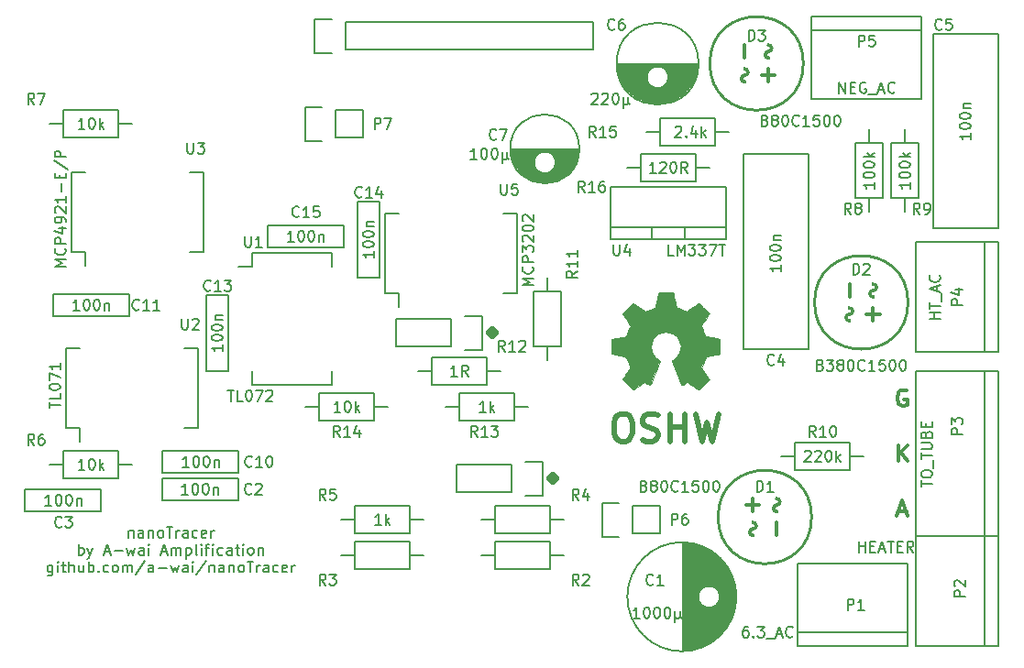
<source format=gto>
G04 #@! TF.FileFunction,Legend,Top*
%FSLAX46Y46*%
G04 Gerber Fmt 4.6, Leading zero omitted, Abs format (unit mm)*
G04 Created by KiCad (PCBNEW 4.0.2+dfsg1-stable) date lun. 01 août 2016 20:38:27 CEST*
%MOMM*%
G01*
G04 APERTURE LIST*
%ADD10C,0.100000*%
%ADD11C,0.200000*%
%ADD12C,0.500000*%
%ADD13C,0.300000*%
%ADD14C,0.700000*%
%ADD15C,0.304800*%
%ADD16C,0.254000*%
%ADD17C,0.150000*%
%ADD18C,0.002540*%
G04 APERTURE END LIST*
D10*
D11*
X170363047Y-95721714D02*
X170363047Y-96388381D01*
X170363047Y-95816952D02*
X170410666Y-95769333D01*
X170505904Y-95721714D01*
X170648762Y-95721714D01*
X170744000Y-95769333D01*
X170791619Y-95864571D01*
X170791619Y-96388381D01*
X171696381Y-96388381D02*
X171696381Y-95864571D01*
X171648762Y-95769333D01*
X171553524Y-95721714D01*
X171363047Y-95721714D01*
X171267809Y-95769333D01*
X171696381Y-96340762D02*
X171601143Y-96388381D01*
X171363047Y-96388381D01*
X171267809Y-96340762D01*
X171220190Y-96245524D01*
X171220190Y-96150286D01*
X171267809Y-96055048D01*
X171363047Y-96007429D01*
X171601143Y-96007429D01*
X171696381Y-95959810D01*
X172172571Y-95721714D02*
X172172571Y-96388381D01*
X172172571Y-95816952D02*
X172220190Y-95769333D01*
X172315428Y-95721714D01*
X172458286Y-95721714D01*
X172553524Y-95769333D01*
X172601143Y-95864571D01*
X172601143Y-96388381D01*
X173220190Y-96388381D02*
X173124952Y-96340762D01*
X173077333Y-96293143D01*
X173029714Y-96197905D01*
X173029714Y-95912190D01*
X173077333Y-95816952D01*
X173124952Y-95769333D01*
X173220190Y-95721714D01*
X173363048Y-95721714D01*
X173458286Y-95769333D01*
X173505905Y-95816952D01*
X173553524Y-95912190D01*
X173553524Y-96197905D01*
X173505905Y-96293143D01*
X173458286Y-96340762D01*
X173363048Y-96388381D01*
X173220190Y-96388381D01*
X173839238Y-95388381D02*
X174410667Y-95388381D01*
X174124952Y-96388381D02*
X174124952Y-95388381D01*
X174744000Y-96388381D02*
X174744000Y-95721714D01*
X174744000Y-95912190D02*
X174791619Y-95816952D01*
X174839238Y-95769333D01*
X174934476Y-95721714D01*
X175029715Y-95721714D01*
X175791620Y-96388381D02*
X175791620Y-95864571D01*
X175744001Y-95769333D01*
X175648763Y-95721714D01*
X175458286Y-95721714D01*
X175363048Y-95769333D01*
X175791620Y-96340762D02*
X175696382Y-96388381D01*
X175458286Y-96388381D01*
X175363048Y-96340762D01*
X175315429Y-96245524D01*
X175315429Y-96150286D01*
X175363048Y-96055048D01*
X175458286Y-96007429D01*
X175696382Y-96007429D01*
X175791620Y-95959810D01*
X176696382Y-96340762D02*
X176601144Y-96388381D01*
X176410667Y-96388381D01*
X176315429Y-96340762D01*
X176267810Y-96293143D01*
X176220191Y-96197905D01*
X176220191Y-95912190D01*
X176267810Y-95816952D01*
X176315429Y-95769333D01*
X176410667Y-95721714D01*
X176601144Y-95721714D01*
X176696382Y-95769333D01*
X177505906Y-96340762D02*
X177410668Y-96388381D01*
X177220191Y-96388381D01*
X177124953Y-96340762D01*
X177077334Y-96245524D01*
X177077334Y-95864571D01*
X177124953Y-95769333D01*
X177220191Y-95721714D01*
X177410668Y-95721714D01*
X177505906Y-95769333D01*
X177553525Y-95864571D01*
X177553525Y-95959810D01*
X177077334Y-96055048D01*
X177982096Y-96388381D02*
X177982096Y-95721714D01*
X177982096Y-95912190D02*
X178029715Y-95816952D01*
X178077334Y-95769333D01*
X178172572Y-95721714D01*
X178267811Y-95721714D01*
X165744000Y-97988381D02*
X165744000Y-96988381D01*
X165744000Y-97369333D02*
X165839238Y-97321714D01*
X166029715Y-97321714D01*
X166124953Y-97369333D01*
X166172572Y-97416952D01*
X166220191Y-97512190D01*
X166220191Y-97797905D01*
X166172572Y-97893143D01*
X166124953Y-97940762D01*
X166029715Y-97988381D01*
X165839238Y-97988381D01*
X165744000Y-97940762D01*
X166553524Y-97321714D02*
X166791619Y-97988381D01*
X167029715Y-97321714D02*
X166791619Y-97988381D01*
X166696381Y-98226476D01*
X166648762Y-98274095D01*
X166553524Y-98321714D01*
X168124953Y-97702667D02*
X168601144Y-97702667D01*
X168029715Y-97988381D02*
X168363048Y-96988381D01*
X168696382Y-97988381D01*
X169029715Y-97607429D02*
X169791620Y-97607429D01*
X170172572Y-97321714D02*
X170363048Y-97988381D01*
X170553525Y-97512190D01*
X170744001Y-97988381D01*
X170934477Y-97321714D01*
X171744001Y-97988381D02*
X171744001Y-97464571D01*
X171696382Y-97369333D01*
X171601144Y-97321714D01*
X171410667Y-97321714D01*
X171315429Y-97369333D01*
X171744001Y-97940762D02*
X171648763Y-97988381D01*
X171410667Y-97988381D01*
X171315429Y-97940762D01*
X171267810Y-97845524D01*
X171267810Y-97750286D01*
X171315429Y-97655048D01*
X171410667Y-97607429D01*
X171648763Y-97607429D01*
X171744001Y-97559810D01*
X172220191Y-97988381D02*
X172220191Y-97321714D01*
X172220191Y-96988381D02*
X172172572Y-97036000D01*
X172220191Y-97083619D01*
X172267810Y-97036000D01*
X172220191Y-96988381D01*
X172220191Y-97083619D01*
X173410667Y-97702667D02*
X173886858Y-97702667D01*
X173315429Y-97988381D02*
X173648762Y-96988381D01*
X173982096Y-97988381D01*
X174315429Y-97988381D02*
X174315429Y-97321714D01*
X174315429Y-97416952D02*
X174363048Y-97369333D01*
X174458286Y-97321714D01*
X174601144Y-97321714D01*
X174696382Y-97369333D01*
X174744001Y-97464571D01*
X174744001Y-97988381D01*
X174744001Y-97464571D02*
X174791620Y-97369333D01*
X174886858Y-97321714D01*
X175029715Y-97321714D01*
X175124953Y-97369333D01*
X175172572Y-97464571D01*
X175172572Y-97988381D01*
X175648762Y-97321714D02*
X175648762Y-98321714D01*
X175648762Y-97369333D02*
X175744000Y-97321714D01*
X175934477Y-97321714D01*
X176029715Y-97369333D01*
X176077334Y-97416952D01*
X176124953Y-97512190D01*
X176124953Y-97797905D01*
X176077334Y-97893143D01*
X176029715Y-97940762D01*
X175934477Y-97988381D01*
X175744000Y-97988381D01*
X175648762Y-97940762D01*
X176696381Y-97988381D02*
X176601143Y-97940762D01*
X176553524Y-97845524D01*
X176553524Y-96988381D01*
X177077334Y-97988381D02*
X177077334Y-97321714D01*
X177077334Y-96988381D02*
X177029715Y-97036000D01*
X177077334Y-97083619D01*
X177124953Y-97036000D01*
X177077334Y-96988381D01*
X177077334Y-97083619D01*
X177410667Y-97321714D02*
X177791619Y-97321714D01*
X177553524Y-97988381D02*
X177553524Y-97131238D01*
X177601143Y-97036000D01*
X177696381Y-96988381D01*
X177791619Y-96988381D01*
X178124953Y-97988381D02*
X178124953Y-97321714D01*
X178124953Y-96988381D02*
X178077334Y-97036000D01*
X178124953Y-97083619D01*
X178172572Y-97036000D01*
X178124953Y-96988381D01*
X178124953Y-97083619D01*
X179029715Y-97940762D02*
X178934477Y-97988381D01*
X178744000Y-97988381D01*
X178648762Y-97940762D01*
X178601143Y-97893143D01*
X178553524Y-97797905D01*
X178553524Y-97512190D01*
X178601143Y-97416952D01*
X178648762Y-97369333D01*
X178744000Y-97321714D01*
X178934477Y-97321714D01*
X179029715Y-97369333D01*
X179886858Y-97988381D02*
X179886858Y-97464571D01*
X179839239Y-97369333D01*
X179744001Y-97321714D01*
X179553524Y-97321714D01*
X179458286Y-97369333D01*
X179886858Y-97940762D02*
X179791620Y-97988381D01*
X179553524Y-97988381D01*
X179458286Y-97940762D01*
X179410667Y-97845524D01*
X179410667Y-97750286D01*
X179458286Y-97655048D01*
X179553524Y-97607429D01*
X179791620Y-97607429D01*
X179886858Y-97559810D01*
X180220191Y-97321714D02*
X180601143Y-97321714D01*
X180363048Y-96988381D02*
X180363048Y-97845524D01*
X180410667Y-97940762D01*
X180505905Y-97988381D01*
X180601143Y-97988381D01*
X180934477Y-97988381D02*
X180934477Y-97321714D01*
X180934477Y-96988381D02*
X180886858Y-97036000D01*
X180934477Y-97083619D01*
X180982096Y-97036000D01*
X180934477Y-96988381D01*
X180934477Y-97083619D01*
X181553524Y-97988381D02*
X181458286Y-97940762D01*
X181410667Y-97893143D01*
X181363048Y-97797905D01*
X181363048Y-97512190D01*
X181410667Y-97416952D01*
X181458286Y-97369333D01*
X181553524Y-97321714D01*
X181696382Y-97321714D01*
X181791620Y-97369333D01*
X181839239Y-97416952D01*
X181886858Y-97512190D01*
X181886858Y-97797905D01*
X181839239Y-97893143D01*
X181791620Y-97940762D01*
X181696382Y-97988381D01*
X181553524Y-97988381D01*
X182315429Y-97321714D02*
X182315429Y-97988381D01*
X182315429Y-97416952D02*
X182363048Y-97369333D01*
X182458286Y-97321714D01*
X182601144Y-97321714D01*
X182696382Y-97369333D01*
X182744001Y-97464571D01*
X182744001Y-97988381D01*
X163339238Y-98921714D02*
X163339238Y-99731238D01*
X163291619Y-99826476D01*
X163244000Y-99874095D01*
X163148761Y-99921714D01*
X163005904Y-99921714D01*
X162910666Y-99874095D01*
X163339238Y-99540762D02*
X163244000Y-99588381D01*
X163053523Y-99588381D01*
X162958285Y-99540762D01*
X162910666Y-99493143D01*
X162863047Y-99397905D01*
X162863047Y-99112190D01*
X162910666Y-99016952D01*
X162958285Y-98969333D01*
X163053523Y-98921714D01*
X163244000Y-98921714D01*
X163339238Y-98969333D01*
X163815428Y-99588381D02*
X163815428Y-98921714D01*
X163815428Y-98588381D02*
X163767809Y-98636000D01*
X163815428Y-98683619D01*
X163863047Y-98636000D01*
X163815428Y-98588381D01*
X163815428Y-98683619D01*
X164148761Y-98921714D02*
X164529713Y-98921714D01*
X164291618Y-98588381D02*
X164291618Y-99445524D01*
X164339237Y-99540762D01*
X164434475Y-99588381D01*
X164529713Y-99588381D01*
X164863047Y-99588381D02*
X164863047Y-98588381D01*
X165291619Y-99588381D02*
X165291619Y-99064571D01*
X165244000Y-98969333D01*
X165148762Y-98921714D01*
X165005904Y-98921714D01*
X164910666Y-98969333D01*
X164863047Y-99016952D01*
X166196381Y-98921714D02*
X166196381Y-99588381D01*
X165767809Y-98921714D02*
X165767809Y-99445524D01*
X165815428Y-99540762D01*
X165910666Y-99588381D01*
X166053524Y-99588381D01*
X166148762Y-99540762D01*
X166196381Y-99493143D01*
X166672571Y-99588381D02*
X166672571Y-98588381D01*
X166672571Y-98969333D02*
X166767809Y-98921714D01*
X166958286Y-98921714D01*
X167053524Y-98969333D01*
X167101143Y-99016952D01*
X167148762Y-99112190D01*
X167148762Y-99397905D01*
X167101143Y-99493143D01*
X167053524Y-99540762D01*
X166958286Y-99588381D01*
X166767809Y-99588381D01*
X166672571Y-99540762D01*
X167577333Y-99493143D02*
X167624952Y-99540762D01*
X167577333Y-99588381D01*
X167529714Y-99540762D01*
X167577333Y-99493143D01*
X167577333Y-99588381D01*
X168482095Y-99540762D02*
X168386857Y-99588381D01*
X168196380Y-99588381D01*
X168101142Y-99540762D01*
X168053523Y-99493143D01*
X168005904Y-99397905D01*
X168005904Y-99112190D01*
X168053523Y-99016952D01*
X168101142Y-98969333D01*
X168196380Y-98921714D01*
X168386857Y-98921714D01*
X168482095Y-98969333D01*
X169053523Y-99588381D02*
X168958285Y-99540762D01*
X168910666Y-99493143D01*
X168863047Y-99397905D01*
X168863047Y-99112190D01*
X168910666Y-99016952D01*
X168958285Y-98969333D01*
X169053523Y-98921714D01*
X169196381Y-98921714D01*
X169291619Y-98969333D01*
X169339238Y-99016952D01*
X169386857Y-99112190D01*
X169386857Y-99397905D01*
X169339238Y-99493143D01*
X169291619Y-99540762D01*
X169196381Y-99588381D01*
X169053523Y-99588381D01*
X169815428Y-99588381D02*
X169815428Y-98921714D01*
X169815428Y-99016952D02*
X169863047Y-98969333D01*
X169958285Y-98921714D01*
X170101143Y-98921714D01*
X170196381Y-98969333D01*
X170244000Y-99064571D01*
X170244000Y-99588381D01*
X170244000Y-99064571D02*
X170291619Y-98969333D01*
X170386857Y-98921714D01*
X170529714Y-98921714D01*
X170624952Y-98969333D01*
X170672571Y-99064571D01*
X170672571Y-99588381D01*
X171863047Y-98540762D02*
X171005904Y-99826476D01*
X172624952Y-99588381D02*
X172624952Y-99064571D01*
X172577333Y-98969333D01*
X172482095Y-98921714D01*
X172291618Y-98921714D01*
X172196380Y-98969333D01*
X172624952Y-99540762D02*
X172529714Y-99588381D01*
X172291618Y-99588381D01*
X172196380Y-99540762D01*
X172148761Y-99445524D01*
X172148761Y-99350286D01*
X172196380Y-99255048D01*
X172291618Y-99207429D01*
X172529714Y-99207429D01*
X172624952Y-99159810D01*
X173101142Y-99207429D02*
X173863047Y-99207429D01*
X174243999Y-98921714D02*
X174434475Y-99588381D01*
X174624952Y-99112190D01*
X174815428Y-99588381D01*
X175005904Y-98921714D01*
X175815428Y-99588381D02*
X175815428Y-99064571D01*
X175767809Y-98969333D01*
X175672571Y-98921714D01*
X175482094Y-98921714D01*
X175386856Y-98969333D01*
X175815428Y-99540762D02*
X175720190Y-99588381D01*
X175482094Y-99588381D01*
X175386856Y-99540762D01*
X175339237Y-99445524D01*
X175339237Y-99350286D01*
X175386856Y-99255048D01*
X175482094Y-99207429D01*
X175720190Y-99207429D01*
X175815428Y-99159810D01*
X176291618Y-99588381D02*
X176291618Y-98921714D01*
X176291618Y-98588381D02*
X176243999Y-98636000D01*
X176291618Y-98683619D01*
X176339237Y-98636000D01*
X176291618Y-98588381D01*
X176291618Y-98683619D01*
X177482094Y-98540762D02*
X176624951Y-99826476D01*
X177815427Y-98921714D02*
X177815427Y-99588381D01*
X177815427Y-99016952D02*
X177863046Y-98969333D01*
X177958284Y-98921714D01*
X178101142Y-98921714D01*
X178196380Y-98969333D01*
X178243999Y-99064571D01*
X178243999Y-99588381D01*
X179148761Y-99588381D02*
X179148761Y-99064571D01*
X179101142Y-98969333D01*
X179005904Y-98921714D01*
X178815427Y-98921714D01*
X178720189Y-98969333D01*
X179148761Y-99540762D02*
X179053523Y-99588381D01*
X178815427Y-99588381D01*
X178720189Y-99540762D01*
X178672570Y-99445524D01*
X178672570Y-99350286D01*
X178720189Y-99255048D01*
X178815427Y-99207429D01*
X179053523Y-99207429D01*
X179148761Y-99159810D01*
X179624951Y-98921714D02*
X179624951Y-99588381D01*
X179624951Y-99016952D02*
X179672570Y-98969333D01*
X179767808Y-98921714D01*
X179910666Y-98921714D01*
X180005904Y-98969333D01*
X180053523Y-99064571D01*
X180053523Y-99588381D01*
X180672570Y-99588381D02*
X180577332Y-99540762D01*
X180529713Y-99493143D01*
X180482094Y-99397905D01*
X180482094Y-99112190D01*
X180529713Y-99016952D01*
X180577332Y-98969333D01*
X180672570Y-98921714D01*
X180815428Y-98921714D01*
X180910666Y-98969333D01*
X180958285Y-99016952D01*
X181005904Y-99112190D01*
X181005904Y-99397905D01*
X180958285Y-99493143D01*
X180910666Y-99540762D01*
X180815428Y-99588381D01*
X180672570Y-99588381D01*
X181291618Y-98588381D02*
X181863047Y-98588381D01*
X181577332Y-99588381D02*
X181577332Y-98588381D01*
X182196380Y-99588381D02*
X182196380Y-98921714D01*
X182196380Y-99112190D02*
X182243999Y-99016952D01*
X182291618Y-98969333D01*
X182386856Y-98921714D01*
X182482095Y-98921714D01*
X183244000Y-99588381D02*
X183244000Y-99064571D01*
X183196381Y-98969333D01*
X183101143Y-98921714D01*
X182910666Y-98921714D01*
X182815428Y-98969333D01*
X183244000Y-99540762D02*
X183148762Y-99588381D01*
X182910666Y-99588381D01*
X182815428Y-99540762D01*
X182767809Y-99445524D01*
X182767809Y-99350286D01*
X182815428Y-99255048D01*
X182910666Y-99207429D01*
X183148762Y-99207429D01*
X183244000Y-99159810D01*
X184148762Y-99540762D02*
X184053524Y-99588381D01*
X183863047Y-99588381D01*
X183767809Y-99540762D01*
X183720190Y-99493143D01*
X183672571Y-99397905D01*
X183672571Y-99112190D01*
X183720190Y-99016952D01*
X183767809Y-98969333D01*
X183863047Y-98921714D01*
X184053524Y-98921714D01*
X184148762Y-98969333D01*
X184958286Y-99540762D02*
X184863048Y-99588381D01*
X184672571Y-99588381D01*
X184577333Y-99540762D01*
X184529714Y-99445524D01*
X184529714Y-99064571D01*
X184577333Y-98969333D01*
X184672571Y-98921714D01*
X184863048Y-98921714D01*
X184958286Y-98969333D01*
X185005905Y-99064571D01*
X185005905Y-99159810D01*
X184529714Y-99255048D01*
X185434476Y-99588381D02*
X185434476Y-98921714D01*
X185434476Y-99112190D02*
X185482095Y-99016952D01*
X185529714Y-98969333D01*
X185624952Y-98921714D01*
X185720191Y-98921714D01*
D12*
X215797334Y-84990952D02*
X216273524Y-84990952D01*
X216511619Y-85110000D01*
X216749715Y-85348095D01*
X216868762Y-85824286D01*
X216868762Y-86657619D01*
X216749715Y-87133810D01*
X216511619Y-87371905D01*
X216273524Y-87490952D01*
X215797334Y-87490952D01*
X215559238Y-87371905D01*
X215321143Y-87133810D01*
X215202095Y-86657619D01*
X215202095Y-85824286D01*
X215321143Y-85348095D01*
X215559238Y-85110000D01*
X215797334Y-84990952D01*
X217821143Y-87371905D02*
X218178286Y-87490952D01*
X218773524Y-87490952D01*
X219011620Y-87371905D01*
X219130667Y-87252857D01*
X219249715Y-87014762D01*
X219249715Y-86776667D01*
X219130667Y-86538571D01*
X219011620Y-86419524D01*
X218773524Y-86300476D01*
X218297334Y-86181429D01*
X218059239Y-86062381D01*
X217940191Y-85943333D01*
X217821143Y-85705238D01*
X217821143Y-85467143D01*
X217940191Y-85229048D01*
X218059239Y-85110000D01*
X218297334Y-84990952D01*
X218892572Y-84990952D01*
X219249715Y-85110000D01*
X220321143Y-87490952D02*
X220321143Y-84990952D01*
X220321143Y-86181429D02*
X221749715Y-86181429D01*
X221749715Y-87490952D02*
X221749715Y-84990952D01*
X222702096Y-84990952D02*
X223297334Y-87490952D01*
X223773524Y-85705238D01*
X224249715Y-87490952D01*
X224844953Y-84990952D01*
D13*
X241450857Y-93976000D02*
X242165143Y-93976000D01*
X241308000Y-94404571D02*
X241808000Y-92904571D01*
X242308000Y-94404571D01*
X241415143Y-89324571D02*
X241415143Y-87824571D01*
X242272286Y-89324571D02*
X241629429Y-88467429D01*
X242272286Y-87824571D02*
X241415143Y-88681714D01*
X242200857Y-82816000D02*
X242058000Y-82744571D01*
X241843714Y-82744571D01*
X241629429Y-82816000D01*
X241486571Y-82958857D01*
X241415143Y-83101714D01*
X241343714Y-83387429D01*
X241343714Y-83601714D01*
X241415143Y-83887429D01*
X241486571Y-84030286D01*
X241629429Y-84173143D01*
X241843714Y-84244571D01*
X241986571Y-84244571D01*
X242200857Y-84173143D01*
X242272286Y-84101714D01*
X242272286Y-83601714D01*
X241986571Y-83601714D01*
D14*
X203962000Y-77223714D02*
X204200095Y-77461810D01*
X203962000Y-77699905D01*
X203723905Y-77461810D01*
X203962000Y-77223714D01*
X203962000Y-77699905D01*
X209550000Y-90685714D02*
X209788095Y-90923810D01*
X209550000Y-91161905D01*
X209311905Y-90923810D01*
X209550000Y-90685714D01*
X209550000Y-91161905D01*
D15*
X228008000Y-95588000D02*
G75*
G03X228308000Y-95288000I0J300000D01*
G01*
X228308000Y-95288000D02*
G75*
G03X228008000Y-94988000I-300000J0D01*
G01*
X228008000Y-95588000D02*
G75*
G03X227708000Y-95888000I0J-300000D01*
G01*
X227708000Y-95888000D02*
G75*
G03X228008000Y-96188000I300000J0D01*
G01*
X229908000Y-93688000D02*
G75*
G03X230208000Y-93988000I300000J0D01*
G01*
X230208000Y-93388000D02*
G75*
G03X229908000Y-93688000I0J-300000D01*
G01*
X230508000Y-93088000D02*
G75*
G03X230208000Y-92788000I-300000J0D01*
G01*
X230208000Y-93388000D02*
G75*
G03X230508000Y-93088000I0J300000D01*
G01*
X230208000Y-96188000D02*
X230208000Y-94988000D01*
X228008000Y-93988000D02*
X228008000Y-92788000D01*
X228608000Y-93388000D02*
X227408000Y-93388000D01*
D16*
X233426672Y-94488000D02*
G75*
G03X233426672Y-94488000I-4318672J0D01*
G01*
D15*
X239114919Y-73559081D02*
G75*
G03X238814919Y-73859081I0J-300000D01*
G01*
X238814919Y-73859081D02*
G75*
G03X239114919Y-74159081I300000J0D01*
G01*
X239114919Y-73559081D02*
G75*
G03X239414919Y-73259081I0J300000D01*
G01*
X239414919Y-73259081D02*
G75*
G03X239114919Y-72959081I-300000J0D01*
G01*
X237214919Y-75459081D02*
G75*
G03X236914919Y-75159081I-300000J0D01*
G01*
X236914919Y-75759081D02*
G75*
G03X237214919Y-75459081I0J300000D01*
G01*
X236614919Y-76059081D02*
G75*
G03X236914919Y-76359081I300000J0D01*
G01*
X236914919Y-75759081D02*
G75*
G03X236614919Y-76059081I0J-300000D01*
G01*
X236914919Y-72959081D02*
X236914919Y-74159081D01*
X239114919Y-75159081D02*
X239114919Y-76359081D01*
X238514919Y-75759081D02*
X239714919Y-75759081D01*
D16*
X242333591Y-74659081D02*
G75*
G03X242333591Y-74659081I-4318672J0D01*
G01*
D15*
X229446000Y-51478000D02*
G75*
G03X229146000Y-51778000I0J-300000D01*
G01*
X229146000Y-51778000D02*
G75*
G03X229446000Y-52078000I300000J0D01*
G01*
X229446000Y-51478000D02*
G75*
G03X229746000Y-51178000I0J300000D01*
G01*
X229746000Y-51178000D02*
G75*
G03X229446000Y-50878000I-300000J0D01*
G01*
X227546000Y-53378000D02*
G75*
G03X227246000Y-53078000I-300000J0D01*
G01*
X227246000Y-53678000D02*
G75*
G03X227546000Y-53378000I0J300000D01*
G01*
X226946000Y-53978000D02*
G75*
G03X227246000Y-54278000I300000J0D01*
G01*
X227246000Y-53678000D02*
G75*
G03X226946000Y-53978000I0J-300000D01*
G01*
X227246000Y-50878000D02*
X227246000Y-52078000D01*
X229446000Y-53078000D02*
X229446000Y-54278000D01*
X228846000Y-53678000D02*
X230046000Y-53678000D01*
D16*
X232664672Y-52578000D02*
G75*
G03X232664672Y-52578000I-4318672J0D01*
G01*
D17*
X242316000Y-105156000D02*
X232156000Y-105156000D01*
X242316000Y-106426000D02*
X242316000Y-98806000D01*
X242316000Y-98806000D02*
X232156000Y-98806000D01*
X232156000Y-98806000D02*
X232156000Y-106426000D01*
X232156000Y-106426000D02*
X242316000Y-106426000D01*
X191262000Y-93472000D02*
X196342000Y-93472000D01*
X196342000Y-93472000D02*
X196342000Y-96012000D01*
X196342000Y-96012000D02*
X191262000Y-96012000D01*
X191262000Y-96012000D02*
X191262000Y-93472000D01*
X191262000Y-94742000D02*
X189992000Y-94742000D01*
X196342000Y-94742000D02*
X197612000Y-94742000D01*
X177562000Y-81010000D02*
X177562000Y-74010000D01*
X177562000Y-74010000D02*
X179562000Y-74010000D01*
X179562000Y-74010000D02*
X179562000Y-81010000D01*
X179562000Y-81010000D02*
X177562000Y-81010000D01*
X250698000Y-96266000D02*
X243078000Y-96266000D01*
X250698000Y-81026000D02*
X243078000Y-81026000D01*
X249428000Y-96266000D02*
X249428000Y-81026000D01*
X243078000Y-96266000D02*
X243078000Y-81026000D01*
X250698000Y-96266000D02*
X250698000Y-81026000D01*
X221523000Y-96855000D02*
X221523000Y-106853000D01*
X221663000Y-96859000D02*
X221663000Y-106849000D01*
X221803000Y-96867000D02*
X221803000Y-106841000D01*
X221943000Y-96879000D02*
X221943000Y-106829000D01*
X222083000Y-96894000D02*
X222083000Y-106814000D01*
X222223000Y-96914000D02*
X222223000Y-106794000D01*
X222363000Y-96938000D02*
X222363000Y-106770000D01*
X222503000Y-96967000D02*
X222503000Y-106741000D01*
X222643000Y-96999000D02*
X222643000Y-106709000D01*
X222783000Y-97036000D02*
X222783000Y-106672000D01*
X222923000Y-97077000D02*
X222923000Y-106631000D01*
X223063000Y-97122000D02*
X223063000Y-101388000D01*
X223063000Y-102320000D02*
X223063000Y-106586000D01*
X223203000Y-97172000D02*
X223203000Y-101187000D01*
X223203000Y-102521000D02*
X223203000Y-106536000D01*
X223343000Y-97227000D02*
X223343000Y-101058000D01*
X223343000Y-102650000D02*
X223343000Y-106481000D01*
X223483000Y-97287000D02*
X223483000Y-100969000D01*
X223483000Y-102739000D02*
X223483000Y-106421000D01*
X223623000Y-97352000D02*
X223623000Y-100908000D01*
X223623000Y-102800000D02*
X223623000Y-106356000D01*
X223763000Y-97422000D02*
X223763000Y-100871000D01*
X223763000Y-102837000D02*
X223763000Y-106286000D01*
X223903000Y-97498000D02*
X223903000Y-100855000D01*
X223903000Y-102853000D02*
X223903000Y-106210000D01*
X224043000Y-97580000D02*
X224043000Y-100859000D01*
X224043000Y-102849000D02*
X224043000Y-106128000D01*
X224183000Y-97668000D02*
X224183000Y-100882000D01*
X224183000Y-102826000D02*
X224183000Y-106040000D01*
X224323000Y-97763000D02*
X224323000Y-100927000D01*
X224323000Y-102781000D02*
X224323000Y-105945000D01*
X224463000Y-97865000D02*
X224463000Y-100997000D01*
X224463000Y-102711000D02*
X224463000Y-105843000D01*
X224603000Y-97975000D02*
X224603000Y-101098000D01*
X224603000Y-102610000D02*
X224603000Y-105733000D01*
X224743000Y-98093000D02*
X224743000Y-101247000D01*
X224743000Y-102461000D02*
X224743000Y-105615000D01*
X224883000Y-98221000D02*
X224883000Y-101499000D01*
X224883000Y-102209000D02*
X224883000Y-105487000D01*
X225023000Y-98358000D02*
X225023000Y-105350000D01*
X225163000Y-98508000D02*
X225163000Y-105200000D01*
X225303000Y-98670000D02*
X225303000Y-105038000D01*
X225443000Y-98847000D02*
X225443000Y-104861000D01*
X225583000Y-99043000D02*
X225583000Y-104665000D01*
X225723000Y-99261000D02*
X225723000Y-104447000D01*
X225863000Y-99507000D02*
X225863000Y-104201000D01*
X226003000Y-99792000D02*
X226003000Y-103916000D01*
X226143000Y-100134000D02*
X226143000Y-103574000D01*
X226283000Y-100580000D02*
X226283000Y-103128000D01*
X226423000Y-101355000D02*
X226423000Y-102353000D01*
X224948000Y-101854000D02*
G75*
G03X224948000Y-101854000I-1000000J0D01*
G01*
X226485500Y-101854000D02*
G75*
G03X226485500Y-101854000I-5037500J0D01*
G01*
X180498000Y-92948000D02*
X173498000Y-92948000D01*
X173498000Y-92948000D02*
X173498000Y-90948000D01*
X173498000Y-90948000D02*
X180498000Y-90948000D01*
X180498000Y-90948000D02*
X180498000Y-92948000D01*
X160798000Y-91964000D02*
X167798000Y-91964000D01*
X167798000Y-91964000D02*
X167798000Y-93964000D01*
X167798000Y-93964000D02*
X160798000Y-93964000D01*
X160798000Y-93964000D02*
X160798000Y-91964000D01*
X222951000Y-52673000D02*
X215453000Y-52673000D01*
X222946000Y-52813000D02*
X215458000Y-52813000D01*
X222935000Y-52953000D02*
X219648000Y-52953000D01*
X218756000Y-52953000D02*
X215469000Y-52953000D01*
X222919000Y-53093000D02*
X219858000Y-53093000D01*
X218546000Y-53093000D02*
X215485000Y-53093000D01*
X222898000Y-53233000D02*
X219991000Y-53233000D01*
X218413000Y-53233000D02*
X215506000Y-53233000D01*
X222871000Y-53373000D02*
X220082000Y-53373000D01*
X218322000Y-53373000D02*
X215533000Y-53373000D01*
X222839000Y-53513000D02*
X220144000Y-53513000D01*
X218260000Y-53513000D02*
X215565000Y-53513000D01*
X222801000Y-53653000D02*
X220183000Y-53653000D01*
X218221000Y-53653000D02*
X215603000Y-53653000D01*
X222757000Y-53793000D02*
X220200000Y-53793000D01*
X218204000Y-53793000D02*
X215647000Y-53793000D01*
X222706000Y-53933000D02*
X220198000Y-53933000D01*
X218206000Y-53933000D02*
X215698000Y-53933000D01*
X222650000Y-54073000D02*
X220176000Y-54073000D01*
X218228000Y-54073000D02*
X215754000Y-54073000D01*
X222586000Y-54213000D02*
X220133000Y-54213000D01*
X218271000Y-54213000D02*
X215818000Y-54213000D01*
X222516000Y-54353000D02*
X220065000Y-54353000D01*
X218339000Y-54353000D02*
X215888000Y-54353000D01*
X222438000Y-54493000D02*
X219966000Y-54493000D01*
X218438000Y-54493000D02*
X215966000Y-54493000D01*
X222352000Y-54633000D02*
X219821000Y-54633000D01*
X218583000Y-54633000D02*
X216052000Y-54633000D01*
X222257000Y-54773000D02*
X219582000Y-54773000D01*
X218822000Y-54773000D02*
X216147000Y-54773000D01*
X222152000Y-54913000D02*
X216252000Y-54913000D01*
X222037000Y-55053000D02*
X216367000Y-55053000D01*
X221909000Y-55193000D02*
X216495000Y-55193000D01*
X221768000Y-55333000D02*
X216636000Y-55333000D01*
X221610000Y-55473000D02*
X216794000Y-55473000D01*
X221432000Y-55613000D02*
X216972000Y-55613000D01*
X221229000Y-55753000D02*
X217175000Y-55753000D01*
X220992000Y-55893000D02*
X217412000Y-55893000D01*
X220706000Y-56033000D02*
X217698000Y-56033000D01*
X220334000Y-56173000D02*
X218070000Y-56173000D01*
X219713000Y-56313000D02*
X218691000Y-56313000D01*
X220202000Y-53848000D02*
G75*
G03X220202000Y-53848000I-1000000J0D01*
G01*
X222989500Y-52598000D02*
G75*
G03X222989500Y-52598000I-3787500J0D01*
G01*
X211937000Y-60547000D02*
X205639000Y-60547000D01*
X211931000Y-60687000D02*
X205645000Y-60687000D01*
X211918000Y-60827000D02*
X209234000Y-60827000D01*
X208342000Y-60827000D02*
X205658000Y-60827000D01*
X211899000Y-60967000D02*
X209444000Y-60967000D01*
X208132000Y-60967000D02*
X205677000Y-60967000D01*
X211873000Y-61107000D02*
X209577000Y-61107000D01*
X207999000Y-61107000D02*
X205703000Y-61107000D01*
X211841000Y-61247000D02*
X209668000Y-61247000D01*
X207908000Y-61247000D02*
X205735000Y-61247000D01*
X211802000Y-61387000D02*
X209730000Y-61387000D01*
X207846000Y-61387000D02*
X205774000Y-61387000D01*
X211756000Y-61527000D02*
X209769000Y-61527000D01*
X207807000Y-61527000D02*
X205820000Y-61527000D01*
X211703000Y-61667000D02*
X209786000Y-61667000D01*
X207790000Y-61667000D02*
X205873000Y-61667000D01*
X211641000Y-61807000D02*
X209784000Y-61807000D01*
X207792000Y-61807000D02*
X205935000Y-61807000D01*
X211571000Y-61947000D02*
X209762000Y-61947000D01*
X207814000Y-61947000D02*
X206005000Y-61947000D01*
X211492000Y-62087000D02*
X209719000Y-62087000D01*
X207857000Y-62087000D02*
X206084000Y-62087000D01*
X211404000Y-62227000D02*
X209651000Y-62227000D01*
X207925000Y-62227000D02*
X206172000Y-62227000D01*
X211304000Y-62367000D02*
X209552000Y-62367000D01*
X208024000Y-62367000D02*
X206272000Y-62367000D01*
X211192000Y-62507000D02*
X209407000Y-62507000D01*
X208169000Y-62507000D02*
X206384000Y-62507000D01*
X211067000Y-62647000D02*
X209168000Y-62647000D01*
X208408000Y-62647000D02*
X206509000Y-62647000D01*
X210924000Y-62787000D02*
X206652000Y-62787000D01*
X210762000Y-62927000D02*
X206814000Y-62927000D01*
X210574000Y-63067000D02*
X207002000Y-63067000D01*
X210351000Y-63207000D02*
X207225000Y-63207000D01*
X210075000Y-63347000D02*
X207501000Y-63347000D01*
X209700000Y-63487000D02*
X207876000Y-63487000D01*
X209788000Y-61722000D02*
G75*
G03X209788000Y-61722000I-1000000J0D01*
G01*
X211975500Y-60472000D02*
G75*
G03X211975500Y-60472000I-3187500J0D01*
G01*
X173498000Y-88408000D02*
X180498000Y-88408000D01*
X180498000Y-88408000D02*
X180498000Y-90408000D01*
X180498000Y-90408000D02*
X173498000Y-90408000D01*
X173498000Y-90408000D02*
X173498000Y-88408000D01*
X163418000Y-73930000D02*
X170418000Y-73930000D01*
X170418000Y-73930000D02*
X170418000Y-75930000D01*
X170418000Y-75930000D02*
X163418000Y-75930000D01*
X163418000Y-75930000D02*
X163418000Y-73930000D01*
X191532000Y-72374000D02*
X191532000Y-65374000D01*
X191532000Y-65374000D02*
X193532000Y-65374000D01*
X193532000Y-65374000D02*
X193532000Y-72374000D01*
X193532000Y-72374000D02*
X191532000Y-72374000D01*
X183230000Y-67580000D02*
X190230000Y-67580000D01*
X190230000Y-67580000D02*
X190230000Y-69580000D01*
X190230000Y-69580000D02*
X183230000Y-69580000D01*
X183230000Y-69580000D02*
X183230000Y-67580000D01*
X200152000Y-76200000D02*
X195072000Y-76200000D01*
X195072000Y-76200000D02*
X195072000Y-78740000D01*
X195072000Y-78740000D02*
X200152000Y-78740000D01*
X202972000Y-79020000D02*
X201422000Y-79020000D01*
X200152000Y-78740000D02*
X200152000Y-76200000D01*
X201422000Y-75920000D02*
X202972000Y-75920000D01*
X202972000Y-75920000D02*
X202972000Y-79020000D01*
X205740000Y-89662000D02*
X200660000Y-89662000D01*
X200660000Y-89662000D02*
X200660000Y-92202000D01*
X200660000Y-92202000D02*
X205740000Y-92202000D01*
X208560000Y-92482000D02*
X207010000Y-92482000D01*
X205740000Y-92202000D02*
X205740000Y-89662000D01*
X207010000Y-89382000D02*
X208560000Y-89382000D01*
X208560000Y-89382000D02*
X208560000Y-92482000D01*
X249428000Y-96266000D02*
X249428000Y-106426000D01*
X250698000Y-96266000D02*
X243078000Y-96266000D01*
X243078000Y-96266000D02*
X243078000Y-106426000D01*
X243078000Y-106426000D02*
X250698000Y-106426000D01*
X250698000Y-106426000D02*
X250698000Y-96266000D01*
X249428000Y-69088000D02*
X249428000Y-79248000D01*
X250698000Y-69088000D02*
X243078000Y-69088000D01*
X243078000Y-69088000D02*
X243078000Y-79248000D01*
X243078000Y-79248000D02*
X250698000Y-79248000D01*
X250698000Y-79248000D02*
X250698000Y-69088000D01*
X233426000Y-49530000D02*
X243586000Y-49530000D01*
X233426000Y-48260000D02*
X233426000Y-55880000D01*
X233426000Y-55880000D02*
X243586000Y-55880000D01*
X243586000Y-55880000D02*
X243586000Y-48260000D01*
X243586000Y-48260000D02*
X233426000Y-48260000D01*
X204216000Y-96774000D02*
X209296000Y-96774000D01*
X209296000Y-96774000D02*
X209296000Y-99314000D01*
X209296000Y-99314000D02*
X204216000Y-99314000D01*
X204216000Y-99314000D02*
X204216000Y-96774000D01*
X204216000Y-98044000D02*
X202946000Y-98044000D01*
X209296000Y-98044000D02*
X210566000Y-98044000D01*
X191262000Y-96774000D02*
X196342000Y-96774000D01*
X196342000Y-96774000D02*
X196342000Y-99314000D01*
X196342000Y-99314000D02*
X191262000Y-99314000D01*
X191262000Y-99314000D02*
X191262000Y-96774000D01*
X191262000Y-98044000D02*
X189992000Y-98044000D01*
X196342000Y-98044000D02*
X197612000Y-98044000D01*
X204216000Y-93472000D02*
X209296000Y-93472000D01*
X209296000Y-93472000D02*
X209296000Y-96012000D01*
X209296000Y-96012000D02*
X204216000Y-96012000D01*
X204216000Y-96012000D02*
X204216000Y-93472000D01*
X204216000Y-94742000D02*
X202946000Y-94742000D01*
X209296000Y-94742000D02*
X210566000Y-94742000D01*
X164338000Y-88392000D02*
X169418000Y-88392000D01*
X169418000Y-88392000D02*
X169418000Y-90932000D01*
X169418000Y-90932000D02*
X164338000Y-90932000D01*
X164338000Y-90932000D02*
X164338000Y-88392000D01*
X164338000Y-89662000D02*
X163068000Y-89662000D01*
X169418000Y-89662000D02*
X170688000Y-89662000D01*
X169418000Y-59436000D02*
X164338000Y-59436000D01*
X164338000Y-59436000D02*
X164338000Y-56896000D01*
X164338000Y-56896000D02*
X169418000Y-56896000D01*
X169418000Y-56896000D02*
X169418000Y-59436000D01*
X169418000Y-58166000D02*
X170688000Y-58166000D01*
X164338000Y-58166000D02*
X163068000Y-58166000D01*
X237490000Y-65024000D02*
X237490000Y-59944000D01*
X237490000Y-59944000D02*
X240030000Y-59944000D01*
X240030000Y-59944000D02*
X240030000Y-65024000D01*
X240030000Y-65024000D02*
X237490000Y-65024000D01*
X238760000Y-65024000D02*
X238760000Y-66294000D01*
X238760000Y-59944000D02*
X238760000Y-58674000D01*
X240792000Y-65024000D02*
X240792000Y-59944000D01*
X240792000Y-59944000D02*
X243332000Y-59944000D01*
X243332000Y-59944000D02*
X243332000Y-65024000D01*
X243332000Y-65024000D02*
X240792000Y-65024000D01*
X242062000Y-65024000D02*
X242062000Y-66294000D01*
X242062000Y-59944000D02*
X242062000Y-58674000D01*
X236982000Y-90170000D02*
X231902000Y-90170000D01*
X231902000Y-90170000D02*
X231902000Y-87630000D01*
X231902000Y-87630000D02*
X236982000Y-87630000D01*
X236982000Y-87630000D02*
X236982000Y-90170000D01*
X236982000Y-88900000D02*
X238252000Y-88900000D01*
X231902000Y-88900000D02*
X230632000Y-88900000D01*
X210312000Y-73660000D02*
X210312000Y-78740000D01*
X210312000Y-78740000D02*
X207772000Y-78740000D01*
X207772000Y-78740000D02*
X207772000Y-73660000D01*
X207772000Y-73660000D02*
X210312000Y-73660000D01*
X209042000Y-73660000D02*
X209042000Y-72390000D01*
X209042000Y-78740000D02*
X209042000Y-80010000D01*
X198374000Y-79756000D02*
X203454000Y-79756000D01*
X203454000Y-79756000D02*
X203454000Y-82296000D01*
X203454000Y-82296000D02*
X198374000Y-82296000D01*
X198374000Y-82296000D02*
X198374000Y-79756000D01*
X198374000Y-81026000D02*
X197104000Y-81026000D01*
X203454000Y-81026000D02*
X204724000Y-81026000D01*
X205994000Y-85598000D02*
X200914000Y-85598000D01*
X200914000Y-85598000D02*
X200914000Y-83058000D01*
X200914000Y-83058000D02*
X205994000Y-83058000D01*
X205994000Y-83058000D02*
X205994000Y-85598000D01*
X205994000Y-84328000D02*
X207264000Y-84328000D01*
X200914000Y-84328000D02*
X199644000Y-84328000D01*
X187960000Y-83058000D02*
X193040000Y-83058000D01*
X193040000Y-83058000D02*
X193040000Y-85598000D01*
X193040000Y-85598000D02*
X187960000Y-85598000D01*
X187960000Y-85598000D02*
X187960000Y-83058000D01*
X187960000Y-84328000D02*
X186690000Y-84328000D01*
X193040000Y-84328000D02*
X194310000Y-84328000D01*
X219456000Y-57658000D02*
X224536000Y-57658000D01*
X224536000Y-57658000D02*
X224536000Y-60198000D01*
X224536000Y-60198000D02*
X219456000Y-60198000D01*
X219456000Y-60198000D02*
X219456000Y-57658000D01*
X219456000Y-58928000D02*
X218186000Y-58928000D01*
X224536000Y-58928000D02*
X225806000Y-58928000D01*
X222758000Y-63500000D02*
X217678000Y-63500000D01*
X217678000Y-63500000D02*
X217678000Y-60960000D01*
X217678000Y-60960000D02*
X222758000Y-60960000D01*
X222758000Y-60960000D02*
X222758000Y-63500000D01*
X222758000Y-62230000D02*
X224028000Y-62230000D01*
X217678000Y-62230000D02*
X216408000Y-62230000D01*
X181745000Y-70095000D02*
X181745000Y-71365000D01*
X189095000Y-70095000D02*
X189095000Y-71365000D01*
X189095000Y-82305000D02*
X189095000Y-81035000D01*
X181745000Y-82305000D02*
X181745000Y-81035000D01*
X181745000Y-70095000D02*
X189095000Y-70095000D01*
X181745000Y-82305000D02*
X189095000Y-82305000D01*
X181745000Y-71365000D02*
X180460000Y-71365000D01*
X164583000Y-86225000D02*
X165853000Y-86225000D01*
X164583000Y-78875000D02*
X165853000Y-78875000D01*
X176793000Y-78875000D02*
X175523000Y-78875000D01*
X176793000Y-86225000D02*
X175523000Y-86225000D01*
X164583000Y-86225000D02*
X164583000Y-78875000D01*
X176793000Y-86225000D02*
X176793000Y-78875000D01*
X165853000Y-86225000D02*
X165853000Y-87510000D01*
X165091000Y-69969000D02*
X166361000Y-69969000D01*
X165091000Y-62619000D02*
X166361000Y-62619000D01*
X177301000Y-62619000D02*
X176031000Y-62619000D01*
X177301000Y-69969000D02*
X176031000Y-69969000D01*
X165091000Y-69969000D02*
X165091000Y-62619000D01*
X177301000Y-69969000D02*
X177301000Y-62619000D01*
X166361000Y-69969000D02*
X166361000Y-71254000D01*
X221742000Y-68834000D02*
X221742000Y-67691000D01*
X218694000Y-68834000D02*
X218694000Y-67691000D01*
X214884000Y-67691000D02*
X214884000Y-64008000D01*
X214884000Y-64008000D02*
X225552000Y-64008000D01*
X225552000Y-64008000D02*
X225552000Y-67691000D01*
X214884000Y-68834000D02*
X214884000Y-67691000D01*
X214884000Y-67691000D02*
X225552000Y-67691000D01*
X225552000Y-67691000D02*
X225552000Y-68834000D01*
X220218000Y-68834000D02*
X225552000Y-68834000D01*
X220218000Y-68834000D02*
X214884000Y-68834000D01*
X194047000Y-73779000D02*
X195317000Y-73779000D01*
X194047000Y-66429000D02*
X195317000Y-66429000D01*
X206257000Y-66429000D02*
X204987000Y-66429000D01*
X206257000Y-73779000D02*
X204987000Y-73779000D01*
X194047000Y-73779000D02*
X194047000Y-66429000D01*
X206257000Y-73779000D02*
X206257000Y-66429000D01*
X195317000Y-73779000D02*
X195317000Y-75064000D01*
X190373000Y-48768000D02*
X213233000Y-48768000D01*
X213233000Y-48768000D02*
X213233000Y-51308000D01*
X213233000Y-51308000D02*
X190373000Y-51308000D01*
X187553000Y-48488000D02*
X189103000Y-48488000D01*
X190373000Y-48768000D02*
X190373000Y-51308000D01*
X189103000Y-51588000D02*
X187553000Y-51588000D01*
X187553000Y-51588000D02*
X187553000Y-48488000D01*
X233124000Y-60970000D02*
X233124000Y-78970000D01*
X233124000Y-78970000D02*
X227124000Y-78970000D01*
X227124000Y-78970000D02*
X227124000Y-60970000D01*
X227124000Y-60970000D02*
X233124000Y-60970000D01*
X250650000Y-49808000D02*
X250650000Y-67808000D01*
X250650000Y-67808000D02*
X244650000Y-67808000D01*
X244650000Y-67808000D02*
X244650000Y-49808000D01*
X244650000Y-49808000D02*
X250650000Y-49808000D01*
X216916000Y-93472000D02*
X219456000Y-93472000D01*
X214096000Y-93192000D02*
X215646000Y-93192000D01*
X216916000Y-93472000D02*
X216916000Y-96012000D01*
X215646000Y-96292000D02*
X214096000Y-96292000D01*
X214096000Y-96292000D02*
X214096000Y-93192000D01*
X216916000Y-96012000D02*
X219456000Y-96012000D01*
X219456000Y-96012000D02*
X219456000Y-93472000D01*
X189484000Y-56896000D02*
X192024000Y-56896000D01*
X186664000Y-56616000D02*
X188214000Y-56616000D01*
X189484000Y-56896000D02*
X189484000Y-59436000D01*
X188214000Y-59716000D02*
X186664000Y-59716000D01*
X186664000Y-59716000D02*
X186664000Y-56616000D01*
X189484000Y-59436000D02*
X192024000Y-59436000D01*
X192024000Y-59436000D02*
X192024000Y-56896000D01*
D18*
G36*
X216933780Y-82722720D02*
X216984580Y-82694780D01*
X217103960Y-82621120D01*
X217269060Y-82511900D01*
X217467180Y-82379820D01*
X217665300Y-82247740D01*
X217827860Y-82138520D01*
X217942160Y-82064860D01*
X217990420Y-82036920D01*
X218015820Y-82047080D01*
X218109800Y-82092800D01*
X218246960Y-82163920D01*
X218325700Y-82204560D01*
X218450160Y-82257900D01*
X218513660Y-82270600D01*
X218523820Y-82252820D01*
X218569540Y-82156300D01*
X218640660Y-81993740D01*
X218734640Y-81775300D01*
X218843860Y-81521300D01*
X218958160Y-81249520D01*
X219075000Y-80970120D01*
X219186760Y-80703420D01*
X219283280Y-80464660D01*
X219362020Y-80269080D01*
X219412820Y-80134460D01*
X219433140Y-80076040D01*
X219428060Y-80063340D01*
X219364560Y-80002380D01*
X219255340Y-79921100D01*
X219019120Y-79728060D01*
X218785440Y-79435960D01*
X218643200Y-79105760D01*
X218594940Y-78737460D01*
X218635580Y-78397100D01*
X218770200Y-78069440D01*
X218998800Y-77774800D01*
X219275660Y-77553820D01*
X219600780Y-77416660D01*
X219964000Y-77370940D01*
X220311980Y-77411580D01*
X220647260Y-77543660D01*
X220941900Y-77767180D01*
X221066360Y-77911960D01*
X221239080Y-78209140D01*
X221335600Y-78529180D01*
X221345760Y-78610460D01*
X221333060Y-78960980D01*
X221228920Y-79298800D01*
X221043500Y-79601060D01*
X220784420Y-79847440D01*
X220753940Y-79870300D01*
X220634560Y-79959200D01*
X220553280Y-80020160D01*
X220492320Y-80070960D01*
X220939360Y-81147920D01*
X221010480Y-81318100D01*
X221132400Y-81612740D01*
X221241620Y-81866740D01*
X221325440Y-82067400D01*
X221386400Y-82202020D01*
X221411800Y-82257900D01*
X221414340Y-82260440D01*
X221454980Y-82268060D01*
X221536260Y-82237580D01*
X221686120Y-82163920D01*
X221785180Y-82113120D01*
X221899480Y-82057240D01*
X221952820Y-82036920D01*
X221996000Y-82062320D01*
X222105220Y-82133440D01*
X222265240Y-82240120D01*
X222458280Y-82369660D01*
X222641160Y-82494120D01*
X222808800Y-82605880D01*
X222933260Y-82684620D01*
X222991680Y-82717640D01*
X223001840Y-82717640D01*
X223055180Y-82687160D01*
X223151700Y-82605880D01*
X223299020Y-82468720D01*
X223504760Y-82262980D01*
X223537780Y-82232500D01*
X223707960Y-82057240D01*
X223845120Y-81912460D01*
X223939100Y-81808320D01*
X223972120Y-81762600D01*
X223972120Y-81762600D01*
X223941640Y-81704180D01*
X223865440Y-81582260D01*
X223753680Y-81409540D01*
X223616520Y-81211420D01*
X223260920Y-80693260D01*
X223456500Y-80203040D01*
X223514920Y-80053180D01*
X223591120Y-79872840D01*
X223649540Y-79743300D01*
X223677480Y-79687420D01*
X223730820Y-79667100D01*
X223865440Y-79636620D01*
X224058480Y-79595980D01*
X224289620Y-79552800D01*
X224510600Y-79512160D01*
X224708720Y-79474060D01*
X224853500Y-79446120D01*
X224917000Y-79433420D01*
X224932240Y-79423260D01*
X224947480Y-79392780D01*
X224955100Y-79324200D01*
X224960180Y-79204820D01*
X224962720Y-79014320D01*
X224962720Y-78737460D01*
X224962720Y-78706980D01*
X224960180Y-78445360D01*
X224955100Y-78234540D01*
X224947480Y-78097380D01*
X224939860Y-78044040D01*
X224937320Y-78044040D01*
X224876360Y-78028800D01*
X224736660Y-77998320D01*
X224536000Y-77960220D01*
X224299780Y-77914500D01*
X224284540Y-77911960D01*
X224048320Y-77866240D01*
X223850200Y-77825600D01*
X223710500Y-77792580D01*
X223652080Y-77774800D01*
X223639380Y-77757020D01*
X223593660Y-77665580D01*
X223525080Y-77518260D01*
X223446340Y-77340460D01*
X223370140Y-77155040D01*
X223301560Y-76987400D01*
X223258380Y-76862940D01*
X223243140Y-76807060D01*
X223245680Y-76804520D01*
X223281240Y-76748640D01*
X223362520Y-76626720D01*
X223476820Y-76456540D01*
X223613980Y-76253340D01*
X223624140Y-76238100D01*
X223761300Y-76039980D01*
X223870520Y-75869800D01*
X223944180Y-75750420D01*
X223972120Y-75694540D01*
X223972120Y-75692000D01*
X223926400Y-75631040D01*
X223824800Y-75519280D01*
X223680020Y-75366880D01*
X223504760Y-75189080D01*
X223448880Y-75135740D01*
X223253300Y-74945240D01*
X223118680Y-74820780D01*
X223034860Y-74754740D01*
X222994220Y-74739500D01*
X222994220Y-74742040D01*
X222933260Y-74777600D01*
X222806260Y-74858880D01*
X222636080Y-74975720D01*
X222432880Y-75112880D01*
X222417640Y-75123040D01*
X222219520Y-75260200D01*
X222051880Y-75371960D01*
X221935040Y-75450700D01*
X221881700Y-75481180D01*
X221874080Y-75481180D01*
X221792800Y-75458320D01*
X221650560Y-75407520D01*
X221475300Y-75338940D01*
X221289880Y-75265280D01*
X221122240Y-75194160D01*
X220995240Y-75138280D01*
X220936820Y-75102720D01*
X220934280Y-75100180D01*
X220913960Y-75029060D01*
X220878400Y-74879200D01*
X220837760Y-74673460D01*
X220789500Y-74429620D01*
X220781880Y-74388980D01*
X220738700Y-74150220D01*
X220700600Y-73954640D01*
X220672660Y-73817480D01*
X220657420Y-73761600D01*
X220624400Y-73753980D01*
X220507560Y-73746360D01*
X220329760Y-73741280D01*
X220113860Y-73738740D01*
X219887800Y-73741280D01*
X219666820Y-73746360D01*
X219478860Y-73751440D01*
X219344240Y-73761600D01*
X219288360Y-73771760D01*
X219285820Y-73776840D01*
X219265500Y-73850500D01*
X219232480Y-74000360D01*
X219189300Y-74206100D01*
X219143580Y-74452480D01*
X219133420Y-74495660D01*
X219090240Y-74731880D01*
X219049600Y-74927460D01*
X219021660Y-75062080D01*
X219006420Y-75115420D01*
X218983560Y-75125580D01*
X218887040Y-75168760D01*
X218727020Y-75234800D01*
X218528900Y-75313540D01*
X218071700Y-75498960D01*
X217510360Y-75115420D01*
X217459560Y-75079860D01*
X217256360Y-74942700D01*
X217091260Y-74833480D01*
X216976960Y-74757280D01*
X216928700Y-74731880D01*
X216923620Y-74731880D01*
X216867740Y-74782680D01*
X216758520Y-74886820D01*
X216606120Y-75034140D01*
X216428320Y-75209400D01*
X216298780Y-75341480D01*
X216143840Y-75498960D01*
X216044780Y-75603100D01*
X215991440Y-75671680D01*
X215973660Y-75712320D01*
X215978740Y-75740260D01*
X216014300Y-75798680D01*
X216095580Y-75920600D01*
X216212420Y-76090780D01*
X216349580Y-76288900D01*
X216461340Y-76456540D01*
X216583260Y-76644500D01*
X216662000Y-76779120D01*
X216689940Y-76845160D01*
X216682320Y-76870560D01*
X216644220Y-76982320D01*
X216575640Y-77147420D01*
X216491820Y-77345540D01*
X216296240Y-77790040D01*
X216006680Y-77845920D01*
X215828880Y-77878940D01*
X215582500Y-77927200D01*
X215346280Y-77972920D01*
X214977980Y-78044040D01*
X214965280Y-79397860D01*
X215021160Y-79423260D01*
X215077040Y-79438500D01*
X215214200Y-79468980D01*
X215407240Y-79507080D01*
X215638380Y-79550260D01*
X215833960Y-79585820D01*
X216032080Y-79623920D01*
X216174320Y-79651860D01*
X216235280Y-79664560D01*
X216253060Y-79687420D01*
X216301320Y-79781400D01*
X216372440Y-79933800D01*
X216451180Y-80116680D01*
X216529920Y-80307180D01*
X216598500Y-80482440D01*
X216646760Y-80614520D01*
X216667080Y-80683100D01*
X216639140Y-80736440D01*
X216565480Y-80853280D01*
X216456260Y-81018380D01*
X216321640Y-81213960D01*
X216187020Y-81409540D01*
X216072720Y-81577180D01*
X215993980Y-81699100D01*
X215960960Y-81754980D01*
X215978740Y-81790540D01*
X216057480Y-81887060D01*
X216204800Y-82039460D01*
X216425780Y-82257900D01*
X216461340Y-82293460D01*
X216636600Y-82461100D01*
X216783920Y-82598260D01*
X216888060Y-82689700D01*
X216933780Y-82722720D01*
X216933780Y-82722720D01*
G37*
X216933780Y-82722720D02*
X216984580Y-82694780D01*
X217103960Y-82621120D01*
X217269060Y-82511900D01*
X217467180Y-82379820D01*
X217665300Y-82247740D01*
X217827860Y-82138520D01*
X217942160Y-82064860D01*
X217990420Y-82036920D01*
X218015820Y-82047080D01*
X218109800Y-82092800D01*
X218246960Y-82163920D01*
X218325700Y-82204560D01*
X218450160Y-82257900D01*
X218513660Y-82270600D01*
X218523820Y-82252820D01*
X218569540Y-82156300D01*
X218640660Y-81993740D01*
X218734640Y-81775300D01*
X218843860Y-81521300D01*
X218958160Y-81249520D01*
X219075000Y-80970120D01*
X219186760Y-80703420D01*
X219283280Y-80464660D01*
X219362020Y-80269080D01*
X219412820Y-80134460D01*
X219433140Y-80076040D01*
X219428060Y-80063340D01*
X219364560Y-80002380D01*
X219255340Y-79921100D01*
X219019120Y-79728060D01*
X218785440Y-79435960D01*
X218643200Y-79105760D01*
X218594940Y-78737460D01*
X218635580Y-78397100D01*
X218770200Y-78069440D01*
X218998800Y-77774800D01*
X219275660Y-77553820D01*
X219600780Y-77416660D01*
X219964000Y-77370940D01*
X220311980Y-77411580D01*
X220647260Y-77543660D01*
X220941900Y-77767180D01*
X221066360Y-77911960D01*
X221239080Y-78209140D01*
X221335600Y-78529180D01*
X221345760Y-78610460D01*
X221333060Y-78960980D01*
X221228920Y-79298800D01*
X221043500Y-79601060D01*
X220784420Y-79847440D01*
X220753940Y-79870300D01*
X220634560Y-79959200D01*
X220553280Y-80020160D01*
X220492320Y-80070960D01*
X220939360Y-81147920D01*
X221010480Y-81318100D01*
X221132400Y-81612740D01*
X221241620Y-81866740D01*
X221325440Y-82067400D01*
X221386400Y-82202020D01*
X221411800Y-82257900D01*
X221414340Y-82260440D01*
X221454980Y-82268060D01*
X221536260Y-82237580D01*
X221686120Y-82163920D01*
X221785180Y-82113120D01*
X221899480Y-82057240D01*
X221952820Y-82036920D01*
X221996000Y-82062320D01*
X222105220Y-82133440D01*
X222265240Y-82240120D01*
X222458280Y-82369660D01*
X222641160Y-82494120D01*
X222808800Y-82605880D01*
X222933260Y-82684620D01*
X222991680Y-82717640D01*
X223001840Y-82717640D01*
X223055180Y-82687160D01*
X223151700Y-82605880D01*
X223299020Y-82468720D01*
X223504760Y-82262980D01*
X223537780Y-82232500D01*
X223707960Y-82057240D01*
X223845120Y-81912460D01*
X223939100Y-81808320D01*
X223972120Y-81762600D01*
X223972120Y-81762600D01*
X223941640Y-81704180D01*
X223865440Y-81582260D01*
X223753680Y-81409540D01*
X223616520Y-81211420D01*
X223260920Y-80693260D01*
X223456500Y-80203040D01*
X223514920Y-80053180D01*
X223591120Y-79872840D01*
X223649540Y-79743300D01*
X223677480Y-79687420D01*
X223730820Y-79667100D01*
X223865440Y-79636620D01*
X224058480Y-79595980D01*
X224289620Y-79552800D01*
X224510600Y-79512160D01*
X224708720Y-79474060D01*
X224853500Y-79446120D01*
X224917000Y-79433420D01*
X224932240Y-79423260D01*
X224947480Y-79392780D01*
X224955100Y-79324200D01*
X224960180Y-79204820D01*
X224962720Y-79014320D01*
X224962720Y-78737460D01*
X224962720Y-78706980D01*
X224960180Y-78445360D01*
X224955100Y-78234540D01*
X224947480Y-78097380D01*
X224939860Y-78044040D01*
X224937320Y-78044040D01*
X224876360Y-78028800D01*
X224736660Y-77998320D01*
X224536000Y-77960220D01*
X224299780Y-77914500D01*
X224284540Y-77911960D01*
X224048320Y-77866240D01*
X223850200Y-77825600D01*
X223710500Y-77792580D01*
X223652080Y-77774800D01*
X223639380Y-77757020D01*
X223593660Y-77665580D01*
X223525080Y-77518260D01*
X223446340Y-77340460D01*
X223370140Y-77155040D01*
X223301560Y-76987400D01*
X223258380Y-76862940D01*
X223243140Y-76807060D01*
X223245680Y-76804520D01*
X223281240Y-76748640D01*
X223362520Y-76626720D01*
X223476820Y-76456540D01*
X223613980Y-76253340D01*
X223624140Y-76238100D01*
X223761300Y-76039980D01*
X223870520Y-75869800D01*
X223944180Y-75750420D01*
X223972120Y-75694540D01*
X223972120Y-75692000D01*
X223926400Y-75631040D01*
X223824800Y-75519280D01*
X223680020Y-75366880D01*
X223504760Y-75189080D01*
X223448880Y-75135740D01*
X223253300Y-74945240D01*
X223118680Y-74820780D01*
X223034860Y-74754740D01*
X222994220Y-74739500D01*
X222994220Y-74742040D01*
X222933260Y-74777600D01*
X222806260Y-74858880D01*
X222636080Y-74975720D01*
X222432880Y-75112880D01*
X222417640Y-75123040D01*
X222219520Y-75260200D01*
X222051880Y-75371960D01*
X221935040Y-75450700D01*
X221881700Y-75481180D01*
X221874080Y-75481180D01*
X221792800Y-75458320D01*
X221650560Y-75407520D01*
X221475300Y-75338940D01*
X221289880Y-75265280D01*
X221122240Y-75194160D01*
X220995240Y-75138280D01*
X220936820Y-75102720D01*
X220934280Y-75100180D01*
X220913960Y-75029060D01*
X220878400Y-74879200D01*
X220837760Y-74673460D01*
X220789500Y-74429620D01*
X220781880Y-74388980D01*
X220738700Y-74150220D01*
X220700600Y-73954640D01*
X220672660Y-73817480D01*
X220657420Y-73761600D01*
X220624400Y-73753980D01*
X220507560Y-73746360D01*
X220329760Y-73741280D01*
X220113860Y-73738740D01*
X219887800Y-73741280D01*
X219666820Y-73746360D01*
X219478860Y-73751440D01*
X219344240Y-73761600D01*
X219288360Y-73771760D01*
X219285820Y-73776840D01*
X219265500Y-73850500D01*
X219232480Y-74000360D01*
X219189300Y-74206100D01*
X219143580Y-74452480D01*
X219133420Y-74495660D01*
X219090240Y-74731880D01*
X219049600Y-74927460D01*
X219021660Y-75062080D01*
X219006420Y-75115420D01*
X218983560Y-75125580D01*
X218887040Y-75168760D01*
X218727020Y-75234800D01*
X218528900Y-75313540D01*
X218071700Y-75498960D01*
X217510360Y-75115420D01*
X217459560Y-75079860D01*
X217256360Y-74942700D01*
X217091260Y-74833480D01*
X216976960Y-74757280D01*
X216928700Y-74731880D01*
X216923620Y-74731880D01*
X216867740Y-74782680D01*
X216758520Y-74886820D01*
X216606120Y-75034140D01*
X216428320Y-75209400D01*
X216298780Y-75341480D01*
X216143840Y-75498960D01*
X216044780Y-75603100D01*
X215991440Y-75671680D01*
X215973660Y-75712320D01*
X215978740Y-75740260D01*
X216014300Y-75798680D01*
X216095580Y-75920600D01*
X216212420Y-76090780D01*
X216349580Y-76288900D01*
X216461340Y-76456540D01*
X216583260Y-76644500D01*
X216662000Y-76779120D01*
X216689940Y-76845160D01*
X216682320Y-76870560D01*
X216644220Y-76982320D01*
X216575640Y-77147420D01*
X216491820Y-77345540D01*
X216296240Y-77790040D01*
X216006680Y-77845920D01*
X215828880Y-77878940D01*
X215582500Y-77927200D01*
X215346280Y-77972920D01*
X214977980Y-78044040D01*
X214965280Y-79397860D01*
X215021160Y-79423260D01*
X215077040Y-79438500D01*
X215214200Y-79468980D01*
X215407240Y-79507080D01*
X215638380Y-79550260D01*
X215833960Y-79585820D01*
X216032080Y-79623920D01*
X216174320Y-79651860D01*
X216235280Y-79664560D01*
X216253060Y-79687420D01*
X216301320Y-79781400D01*
X216372440Y-79933800D01*
X216451180Y-80116680D01*
X216529920Y-80307180D01*
X216598500Y-80482440D01*
X216646760Y-80614520D01*
X216667080Y-80683100D01*
X216639140Y-80736440D01*
X216565480Y-80853280D01*
X216456260Y-81018380D01*
X216321640Y-81213960D01*
X216187020Y-81409540D01*
X216072720Y-81577180D01*
X215993980Y-81699100D01*
X215960960Y-81754980D01*
X215978740Y-81790540D01*
X216057480Y-81887060D01*
X216204800Y-82039460D01*
X216425780Y-82257900D01*
X216461340Y-82293460D01*
X216636600Y-82461100D01*
X216783920Y-82598260D01*
X216888060Y-82689700D01*
X216933780Y-82722720D01*
D17*
X228369905Y-92146381D02*
X228369905Y-91146381D01*
X228608000Y-91146381D01*
X228750858Y-91194000D01*
X228846096Y-91289238D01*
X228893715Y-91384476D01*
X228941334Y-91574952D01*
X228941334Y-91717810D01*
X228893715Y-91908286D01*
X228846096Y-92003524D01*
X228750858Y-92098762D01*
X228608000Y-92146381D01*
X228369905Y-92146381D01*
X229893715Y-92146381D02*
X229322286Y-92146381D01*
X229608000Y-92146381D02*
X229608000Y-91146381D01*
X229512762Y-91289238D01*
X229417524Y-91384476D01*
X229322286Y-91432095D01*
X217948286Y-91622571D02*
X218091143Y-91670190D01*
X218138762Y-91717810D01*
X218186381Y-91813048D01*
X218186381Y-91955905D01*
X218138762Y-92051143D01*
X218091143Y-92098762D01*
X217995905Y-92146381D01*
X217614952Y-92146381D01*
X217614952Y-91146381D01*
X217948286Y-91146381D01*
X218043524Y-91194000D01*
X218091143Y-91241619D01*
X218138762Y-91336857D01*
X218138762Y-91432095D01*
X218091143Y-91527333D01*
X218043524Y-91574952D01*
X217948286Y-91622571D01*
X217614952Y-91622571D01*
X218757809Y-91574952D02*
X218662571Y-91527333D01*
X218614952Y-91479714D01*
X218567333Y-91384476D01*
X218567333Y-91336857D01*
X218614952Y-91241619D01*
X218662571Y-91194000D01*
X218757809Y-91146381D01*
X218948286Y-91146381D01*
X219043524Y-91194000D01*
X219091143Y-91241619D01*
X219138762Y-91336857D01*
X219138762Y-91384476D01*
X219091143Y-91479714D01*
X219043524Y-91527333D01*
X218948286Y-91574952D01*
X218757809Y-91574952D01*
X218662571Y-91622571D01*
X218614952Y-91670190D01*
X218567333Y-91765429D01*
X218567333Y-91955905D01*
X218614952Y-92051143D01*
X218662571Y-92098762D01*
X218757809Y-92146381D01*
X218948286Y-92146381D01*
X219043524Y-92098762D01*
X219091143Y-92051143D01*
X219138762Y-91955905D01*
X219138762Y-91765429D01*
X219091143Y-91670190D01*
X219043524Y-91622571D01*
X218948286Y-91574952D01*
X219757809Y-91146381D02*
X219853048Y-91146381D01*
X219948286Y-91194000D01*
X219995905Y-91241619D01*
X220043524Y-91336857D01*
X220091143Y-91527333D01*
X220091143Y-91765429D01*
X220043524Y-91955905D01*
X219995905Y-92051143D01*
X219948286Y-92098762D01*
X219853048Y-92146381D01*
X219757809Y-92146381D01*
X219662571Y-92098762D01*
X219614952Y-92051143D01*
X219567333Y-91955905D01*
X219519714Y-91765429D01*
X219519714Y-91527333D01*
X219567333Y-91336857D01*
X219614952Y-91241619D01*
X219662571Y-91194000D01*
X219757809Y-91146381D01*
X221091143Y-92051143D02*
X221043524Y-92098762D01*
X220900667Y-92146381D01*
X220805429Y-92146381D01*
X220662571Y-92098762D01*
X220567333Y-92003524D01*
X220519714Y-91908286D01*
X220472095Y-91717810D01*
X220472095Y-91574952D01*
X220519714Y-91384476D01*
X220567333Y-91289238D01*
X220662571Y-91194000D01*
X220805429Y-91146381D01*
X220900667Y-91146381D01*
X221043524Y-91194000D01*
X221091143Y-91241619D01*
X222043524Y-92146381D02*
X221472095Y-92146381D01*
X221757809Y-92146381D02*
X221757809Y-91146381D01*
X221662571Y-91289238D01*
X221567333Y-91384476D01*
X221472095Y-91432095D01*
X222948286Y-91146381D02*
X222472095Y-91146381D01*
X222424476Y-91622571D01*
X222472095Y-91574952D01*
X222567333Y-91527333D01*
X222805429Y-91527333D01*
X222900667Y-91574952D01*
X222948286Y-91622571D01*
X222995905Y-91717810D01*
X222995905Y-91955905D01*
X222948286Y-92051143D01*
X222900667Y-92098762D01*
X222805429Y-92146381D01*
X222567333Y-92146381D01*
X222472095Y-92098762D01*
X222424476Y-92051143D01*
X223614952Y-91146381D02*
X223710191Y-91146381D01*
X223805429Y-91194000D01*
X223853048Y-91241619D01*
X223900667Y-91336857D01*
X223948286Y-91527333D01*
X223948286Y-91765429D01*
X223900667Y-91955905D01*
X223853048Y-92051143D01*
X223805429Y-92098762D01*
X223710191Y-92146381D01*
X223614952Y-92146381D01*
X223519714Y-92098762D01*
X223472095Y-92051143D01*
X223424476Y-91955905D01*
X223376857Y-91765429D01*
X223376857Y-91527333D01*
X223424476Y-91336857D01*
X223472095Y-91241619D01*
X223519714Y-91194000D01*
X223614952Y-91146381D01*
X224567333Y-91146381D02*
X224662572Y-91146381D01*
X224757810Y-91194000D01*
X224805429Y-91241619D01*
X224853048Y-91336857D01*
X224900667Y-91527333D01*
X224900667Y-91765429D01*
X224853048Y-91955905D01*
X224805429Y-92051143D01*
X224757810Y-92098762D01*
X224662572Y-92146381D01*
X224567333Y-92146381D01*
X224472095Y-92098762D01*
X224424476Y-92051143D01*
X224376857Y-91955905D01*
X224329238Y-91765429D01*
X224329238Y-91527333D01*
X224376857Y-91336857D01*
X224424476Y-91241619D01*
X224472095Y-91194000D01*
X224567333Y-91146381D01*
D15*
D17*
X237259905Y-72080381D02*
X237259905Y-71080381D01*
X237498000Y-71080381D01*
X237640858Y-71128000D01*
X237736096Y-71223238D01*
X237783715Y-71318476D01*
X237831334Y-71508952D01*
X237831334Y-71651810D01*
X237783715Y-71842286D01*
X237736096Y-71937524D01*
X237640858Y-72032762D01*
X237498000Y-72080381D01*
X237259905Y-72080381D01*
X238212286Y-71175619D02*
X238259905Y-71128000D01*
X238355143Y-71080381D01*
X238593239Y-71080381D01*
X238688477Y-71128000D01*
X238736096Y-71175619D01*
X238783715Y-71270857D01*
X238783715Y-71366095D01*
X238736096Y-71508952D01*
X238164667Y-72080381D01*
X238783715Y-72080381D01*
X234236096Y-80446571D02*
X234378953Y-80494190D01*
X234426572Y-80541810D01*
X234474191Y-80637048D01*
X234474191Y-80779905D01*
X234426572Y-80875143D01*
X234378953Y-80922762D01*
X234283715Y-80970381D01*
X233902762Y-80970381D01*
X233902762Y-79970381D01*
X234236096Y-79970381D01*
X234331334Y-80018000D01*
X234378953Y-80065619D01*
X234426572Y-80160857D01*
X234426572Y-80256095D01*
X234378953Y-80351333D01*
X234331334Y-80398952D01*
X234236096Y-80446571D01*
X233902762Y-80446571D01*
X234807524Y-79970381D02*
X235426572Y-79970381D01*
X235093238Y-80351333D01*
X235236096Y-80351333D01*
X235331334Y-80398952D01*
X235378953Y-80446571D01*
X235426572Y-80541810D01*
X235426572Y-80779905D01*
X235378953Y-80875143D01*
X235331334Y-80922762D01*
X235236096Y-80970381D01*
X234950381Y-80970381D01*
X234855143Y-80922762D01*
X234807524Y-80875143D01*
X235998000Y-80398952D02*
X235902762Y-80351333D01*
X235855143Y-80303714D01*
X235807524Y-80208476D01*
X235807524Y-80160857D01*
X235855143Y-80065619D01*
X235902762Y-80018000D01*
X235998000Y-79970381D01*
X236188477Y-79970381D01*
X236283715Y-80018000D01*
X236331334Y-80065619D01*
X236378953Y-80160857D01*
X236378953Y-80208476D01*
X236331334Y-80303714D01*
X236283715Y-80351333D01*
X236188477Y-80398952D01*
X235998000Y-80398952D01*
X235902762Y-80446571D01*
X235855143Y-80494190D01*
X235807524Y-80589429D01*
X235807524Y-80779905D01*
X235855143Y-80875143D01*
X235902762Y-80922762D01*
X235998000Y-80970381D01*
X236188477Y-80970381D01*
X236283715Y-80922762D01*
X236331334Y-80875143D01*
X236378953Y-80779905D01*
X236378953Y-80589429D01*
X236331334Y-80494190D01*
X236283715Y-80446571D01*
X236188477Y-80398952D01*
X236998000Y-79970381D02*
X237093239Y-79970381D01*
X237188477Y-80018000D01*
X237236096Y-80065619D01*
X237283715Y-80160857D01*
X237331334Y-80351333D01*
X237331334Y-80589429D01*
X237283715Y-80779905D01*
X237236096Y-80875143D01*
X237188477Y-80922762D01*
X237093239Y-80970381D01*
X236998000Y-80970381D01*
X236902762Y-80922762D01*
X236855143Y-80875143D01*
X236807524Y-80779905D01*
X236759905Y-80589429D01*
X236759905Y-80351333D01*
X236807524Y-80160857D01*
X236855143Y-80065619D01*
X236902762Y-80018000D01*
X236998000Y-79970381D01*
X238331334Y-80875143D02*
X238283715Y-80922762D01*
X238140858Y-80970381D01*
X238045620Y-80970381D01*
X237902762Y-80922762D01*
X237807524Y-80827524D01*
X237759905Y-80732286D01*
X237712286Y-80541810D01*
X237712286Y-80398952D01*
X237759905Y-80208476D01*
X237807524Y-80113238D01*
X237902762Y-80018000D01*
X238045620Y-79970381D01*
X238140858Y-79970381D01*
X238283715Y-80018000D01*
X238331334Y-80065619D01*
X239283715Y-80970381D02*
X238712286Y-80970381D01*
X238998000Y-80970381D02*
X238998000Y-79970381D01*
X238902762Y-80113238D01*
X238807524Y-80208476D01*
X238712286Y-80256095D01*
X240188477Y-79970381D02*
X239712286Y-79970381D01*
X239664667Y-80446571D01*
X239712286Y-80398952D01*
X239807524Y-80351333D01*
X240045620Y-80351333D01*
X240140858Y-80398952D01*
X240188477Y-80446571D01*
X240236096Y-80541810D01*
X240236096Y-80779905D01*
X240188477Y-80875143D01*
X240140858Y-80922762D01*
X240045620Y-80970381D01*
X239807524Y-80970381D01*
X239712286Y-80922762D01*
X239664667Y-80875143D01*
X240855143Y-79970381D02*
X240950382Y-79970381D01*
X241045620Y-80018000D01*
X241093239Y-80065619D01*
X241140858Y-80160857D01*
X241188477Y-80351333D01*
X241188477Y-80589429D01*
X241140858Y-80779905D01*
X241093239Y-80875143D01*
X241045620Y-80922762D01*
X240950382Y-80970381D01*
X240855143Y-80970381D01*
X240759905Y-80922762D01*
X240712286Y-80875143D01*
X240664667Y-80779905D01*
X240617048Y-80589429D01*
X240617048Y-80351333D01*
X240664667Y-80160857D01*
X240712286Y-80065619D01*
X240759905Y-80018000D01*
X240855143Y-79970381D01*
X241807524Y-79970381D02*
X241902763Y-79970381D01*
X241998001Y-80018000D01*
X242045620Y-80065619D01*
X242093239Y-80160857D01*
X242140858Y-80351333D01*
X242140858Y-80589429D01*
X242093239Y-80779905D01*
X242045620Y-80875143D01*
X241998001Y-80922762D01*
X241902763Y-80970381D01*
X241807524Y-80970381D01*
X241712286Y-80922762D01*
X241664667Y-80875143D01*
X241617048Y-80779905D01*
X241569429Y-80589429D01*
X241569429Y-80351333D01*
X241617048Y-80160857D01*
X241664667Y-80065619D01*
X241712286Y-80018000D01*
X241807524Y-79970381D01*
D15*
D17*
X227607905Y-50490381D02*
X227607905Y-49490381D01*
X227846000Y-49490381D01*
X227988858Y-49538000D01*
X228084096Y-49633238D01*
X228131715Y-49728476D01*
X228179334Y-49918952D01*
X228179334Y-50061810D01*
X228131715Y-50252286D01*
X228084096Y-50347524D01*
X227988858Y-50442762D01*
X227846000Y-50490381D01*
X227607905Y-50490381D01*
X228512667Y-49490381D02*
X229131715Y-49490381D01*
X228798381Y-49871333D01*
X228941239Y-49871333D01*
X229036477Y-49918952D01*
X229084096Y-49966571D01*
X229131715Y-50061810D01*
X229131715Y-50299905D01*
X229084096Y-50395143D01*
X229036477Y-50442762D01*
X228941239Y-50490381D01*
X228655524Y-50490381D01*
X228560286Y-50442762D01*
X228512667Y-50395143D01*
X229124286Y-57840571D02*
X229267143Y-57888190D01*
X229314762Y-57935810D01*
X229362381Y-58031048D01*
X229362381Y-58173905D01*
X229314762Y-58269143D01*
X229267143Y-58316762D01*
X229171905Y-58364381D01*
X228790952Y-58364381D01*
X228790952Y-57364381D01*
X229124286Y-57364381D01*
X229219524Y-57412000D01*
X229267143Y-57459619D01*
X229314762Y-57554857D01*
X229314762Y-57650095D01*
X229267143Y-57745333D01*
X229219524Y-57792952D01*
X229124286Y-57840571D01*
X228790952Y-57840571D01*
X229933809Y-57792952D02*
X229838571Y-57745333D01*
X229790952Y-57697714D01*
X229743333Y-57602476D01*
X229743333Y-57554857D01*
X229790952Y-57459619D01*
X229838571Y-57412000D01*
X229933809Y-57364381D01*
X230124286Y-57364381D01*
X230219524Y-57412000D01*
X230267143Y-57459619D01*
X230314762Y-57554857D01*
X230314762Y-57602476D01*
X230267143Y-57697714D01*
X230219524Y-57745333D01*
X230124286Y-57792952D01*
X229933809Y-57792952D01*
X229838571Y-57840571D01*
X229790952Y-57888190D01*
X229743333Y-57983429D01*
X229743333Y-58173905D01*
X229790952Y-58269143D01*
X229838571Y-58316762D01*
X229933809Y-58364381D01*
X230124286Y-58364381D01*
X230219524Y-58316762D01*
X230267143Y-58269143D01*
X230314762Y-58173905D01*
X230314762Y-57983429D01*
X230267143Y-57888190D01*
X230219524Y-57840571D01*
X230124286Y-57792952D01*
X230933809Y-57364381D02*
X231029048Y-57364381D01*
X231124286Y-57412000D01*
X231171905Y-57459619D01*
X231219524Y-57554857D01*
X231267143Y-57745333D01*
X231267143Y-57983429D01*
X231219524Y-58173905D01*
X231171905Y-58269143D01*
X231124286Y-58316762D01*
X231029048Y-58364381D01*
X230933809Y-58364381D01*
X230838571Y-58316762D01*
X230790952Y-58269143D01*
X230743333Y-58173905D01*
X230695714Y-57983429D01*
X230695714Y-57745333D01*
X230743333Y-57554857D01*
X230790952Y-57459619D01*
X230838571Y-57412000D01*
X230933809Y-57364381D01*
X232267143Y-58269143D02*
X232219524Y-58316762D01*
X232076667Y-58364381D01*
X231981429Y-58364381D01*
X231838571Y-58316762D01*
X231743333Y-58221524D01*
X231695714Y-58126286D01*
X231648095Y-57935810D01*
X231648095Y-57792952D01*
X231695714Y-57602476D01*
X231743333Y-57507238D01*
X231838571Y-57412000D01*
X231981429Y-57364381D01*
X232076667Y-57364381D01*
X232219524Y-57412000D01*
X232267143Y-57459619D01*
X233219524Y-58364381D02*
X232648095Y-58364381D01*
X232933809Y-58364381D02*
X232933809Y-57364381D01*
X232838571Y-57507238D01*
X232743333Y-57602476D01*
X232648095Y-57650095D01*
X234124286Y-57364381D02*
X233648095Y-57364381D01*
X233600476Y-57840571D01*
X233648095Y-57792952D01*
X233743333Y-57745333D01*
X233981429Y-57745333D01*
X234076667Y-57792952D01*
X234124286Y-57840571D01*
X234171905Y-57935810D01*
X234171905Y-58173905D01*
X234124286Y-58269143D01*
X234076667Y-58316762D01*
X233981429Y-58364381D01*
X233743333Y-58364381D01*
X233648095Y-58316762D01*
X233600476Y-58269143D01*
X234790952Y-57364381D02*
X234886191Y-57364381D01*
X234981429Y-57412000D01*
X235029048Y-57459619D01*
X235076667Y-57554857D01*
X235124286Y-57745333D01*
X235124286Y-57983429D01*
X235076667Y-58173905D01*
X235029048Y-58269143D01*
X234981429Y-58316762D01*
X234886191Y-58364381D01*
X234790952Y-58364381D01*
X234695714Y-58316762D01*
X234648095Y-58269143D01*
X234600476Y-58173905D01*
X234552857Y-57983429D01*
X234552857Y-57745333D01*
X234600476Y-57554857D01*
X234648095Y-57459619D01*
X234695714Y-57412000D01*
X234790952Y-57364381D01*
X235743333Y-57364381D02*
X235838572Y-57364381D01*
X235933810Y-57412000D01*
X235981429Y-57459619D01*
X236029048Y-57554857D01*
X236076667Y-57745333D01*
X236076667Y-57983429D01*
X236029048Y-58173905D01*
X235981429Y-58269143D01*
X235933810Y-58316762D01*
X235838572Y-58364381D01*
X235743333Y-58364381D01*
X235648095Y-58316762D01*
X235600476Y-58269143D01*
X235552857Y-58173905D01*
X235505238Y-57983429D01*
X235505238Y-57745333D01*
X235552857Y-57554857D01*
X235600476Y-57459619D01*
X235648095Y-57412000D01*
X235743333Y-57364381D01*
D15*
D17*
X236751905Y-103068381D02*
X236751905Y-102068381D01*
X237132858Y-102068381D01*
X237228096Y-102116000D01*
X237275715Y-102163619D01*
X237323334Y-102258857D01*
X237323334Y-102401714D01*
X237275715Y-102496952D01*
X237228096Y-102544571D01*
X237132858Y-102592190D01*
X236751905Y-102592190D01*
X238275715Y-103068381D02*
X237704286Y-103068381D01*
X237990000Y-103068381D02*
X237990000Y-102068381D01*
X237894762Y-102211238D01*
X237799524Y-102306476D01*
X237704286Y-102354095D01*
X227528667Y-104608381D02*
X227338190Y-104608381D01*
X227242952Y-104656000D01*
X227195333Y-104703619D01*
X227100095Y-104846476D01*
X227052476Y-105036952D01*
X227052476Y-105417905D01*
X227100095Y-105513143D01*
X227147714Y-105560762D01*
X227242952Y-105608381D01*
X227433429Y-105608381D01*
X227528667Y-105560762D01*
X227576286Y-105513143D01*
X227623905Y-105417905D01*
X227623905Y-105179810D01*
X227576286Y-105084571D01*
X227528667Y-105036952D01*
X227433429Y-104989333D01*
X227242952Y-104989333D01*
X227147714Y-105036952D01*
X227100095Y-105084571D01*
X227052476Y-105179810D01*
X228052476Y-105513143D02*
X228100095Y-105560762D01*
X228052476Y-105608381D01*
X228004857Y-105560762D01*
X228052476Y-105513143D01*
X228052476Y-105608381D01*
X228433428Y-104608381D02*
X229052476Y-104608381D01*
X228719142Y-104989333D01*
X228862000Y-104989333D01*
X228957238Y-105036952D01*
X229004857Y-105084571D01*
X229052476Y-105179810D01*
X229052476Y-105417905D01*
X229004857Y-105513143D01*
X228957238Y-105560762D01*
X228862000Y-105608381D01*
X228576285Y-105608381D01*
X228481047Y-105560762D01*
X228433428Y-105513143D01*
X229242952Y-105703619D02*
X230004857Y-105703619D01*
X230195333Y-105322667D02*
X230671524Y-105322667D01*
X230100095Y-105608381D02*
X230433428Y-104608381D01*
X230766762Y-105608381D01*
X231671524Y-105513143D02*
X231623905Y-105560762D01*
X231481048Y-105608381D01*
X231385810Y-105608381D01*
X231242952Y-105560762D01*
X231147714Y-105465524D01*
X231100095Y-105370286D01*
X231052476Y-105179810D01*
X231052476Y-105036952D01*
X231100095Y-104846476D01*
X231147714Y-104751238D01*
X231242952Y-104656000D01*
X231385810Y-104608381D01*
X231481048Y-104608381D01*
X231623905Y-104656000D01*
X231671524Y-104703619D01*
X188555334Y-92908381D02*
X188222000Y-92432190D01*
X187983905Y-92908381D02*
X187983905Y-91908381D01*
X188364858Y-91908381D01*
X188460096Y-91956000D01*
X188507715Y-92003619D01*
X188555334Y-92098857D01*
X188555334Y-92241714D01*
X188507715Y-92336952D01*
X188460096Y-92384571D01*
X188364858Y-92432190D01*
X187983905Y-92432190D01*
X189460096Y-91908381D02*
X188983905Y-91908381D01*
X188936286Y-92384571D01*
X188983905Y-92336952D01*
X189079143Y-92289333D01*
X189317239Y-92289333D01*
X189412477Y-92336952D01*
X189460096Y-92384571D01*
X189507715Y-92479810D01*
X189507715Y-92717905D01*
X189460096Y-92813143D01*
X189412477Y-92860762D01*
X189317239Y-92908381D01*
X189079143Y-92908381D01*
X188983905Y-92860762D01*
X188936286Y-92813143D01*
X193682953Y-95194381D02*
X193111524Y-95194381D01*
X193397238Y-95194381D02*
X193397238Y-94194381D01*
X193302000Y-94337238D01*
X193206762Y-94432476D01*
X193111524Y-94480095D01*
X194111524Y-95194381D02*
X194111524Y-94194381D01*
X194206762Y-94813429D02*
X194492477Y-95194381D01*
X194492477Y-94527714D02*
X194111524Y-94908667D01*
X177919143Y-73509143D02*
X177871524Y-73556762D01*
X177728667Y-73604381D01*
X177633429Y-73604381D01*
X177490571Y-73556762D01*
X177395333Y-73461524D01*
X177347714Y-73366286D01*
X177300095Y-73175810D01*
X177300095Y-73032952D01*
X177347714Y-72842476D01*
X177395333Y-72747238D01*
X177490571Y-72652000D01*
X177633429Y-72604381D01*
X177728667Y-72604381D01*
X177871524Y-72652000D01*
X177919143Y-72699619D01*
X178871524Y-73604381D02*
X178300095Y-73604381D01*
X178585809Y-73604381D02*
X178585809Y-72604381D01*
X178490571Y-72747238D01*
X178395333Y-72842476D01*
X178300095Y-72890095D01*
X179204857Y-72604381D02*
X179823905Y-72604381D01*
X179490571Y-72985333D01*
X179633429Y-72985333D01*
X179728667Y-73032952D01*
X179776286Y-73080571D01*
X179823905Y-73175810D01*
X179823905Y-73413905D01*
X179776286Y-73509143D01*
X179728667Y-73556762D01*
X179633429Y-73604381D01*
X179347714Y-73604381D01*
X179252476Y-73556762D01*
X179204857Y-73509143D01*
X179014381Y-78589047D02*
X179014381Y-79160476D01*
X179014381Y-78874762D02*
X178014381Y-78874762D01*
X178157238Y-78970000D01*
X178252476Y-79065238D01*
X178300095Y-79160476D01*
X178014381Y-77970000D02*
X178014381Y-77874761D01*
X178062000Y-77779523D01*
X178109619Y-77731904D01*
X178204857Y-77684285D01*
X178395333Y-77636666D01*
X178633429Y-77636666D01*
X178823905Y-77684285D01*
X178919143Y-77731904D01*
X178966762Y-77779523D01*
X179014381Y-77874761D01*
X179014381Y-77970000D01*
X178966762Y-78065238D01*
X178919143Y-78112857D01*
X178823905Y-78160476D01*
X178633429Y-78208095D01*
X178395333Y-78208095D01*
X178204857Y-78160476D01*
X178109619Y-78112857D01*
X178062000Y-78065238D01*
X178014381Y-77970000D01*
X178014381Y-77017619D02*
X178014381Y-76922380D01*
X178062000Y-76827142D01*
X178109619Y-76779523D01*
X178204857Y-76731904D01*
X178395333Y-76684285D01*
X178633429Y-76684285D01*
X178823905Y-76731904D01*
X178919143Y-76779523D01*
X178966762Y-76827142D01*
X179014381Y-76922380D01*
X179014381Y-77017619D01*
X178966762Y-77112857D01*
X178919143Y-77160476D01*
X178823905Y-77208095D01*
X178633429Y-77255714D01*
X178395333Y-77255714D01*
X178204857Y-77208095D01*
X178109619Y-77160476D01*
X178062000Y-77112857D01*
X178014381Y-77017619D01*
X178347714Y-76255714D02*
X179014381Y-76255714D01*
X178442952Y-76255714D02*
X178395333Y-76208095D01*
X178347714Y-76112857D01*
X178347714Y-75969999D01*
X178395333Y-75874761D01*
X178490571Y-75827142D01*
X179014381Y-75827142D01*
X247340381Y-86844095D02*
X246340381Y-86844095D01*
X246340381Y-86463142D01*
X246388000Y-86367904D01*
X246435619Y-86320285D01*
X246530857Y-86272666D01*
X246673714Y-86272666D01*
X246768952Y-86320285D01*
X246816571Y-86367904D01*
X246864190Y-86463142D01*
X246864190Y-86844095D01*
X246340381Y-85939333D02*
X246340381Y-85320285D01*
X246721333Y-85653619D01*
X246721333Y-85510761D01*
X246768952Y-85415523D01*
X246816571Y-85367904D01*
X246911810Y-85320285D01*
X247149905Y-85320285D01*
X247245143Y-85367904D01*
X247292762Y-85415523D01*
X247340381Y-85510761D01*
X247340381Y-85796476D01*
X247292762Y-85891714D01*
X247245143Y-85939333D01*
X243546381Y-91693619D02*
X243546381Y-91122190D01*
X244546381Y-91407905D02*
X243546381Y-91407905D01*
X243546381Y-90598381D02*
X243546381Y-90407904D01*
X243594000Y-90312666D01*
X243689238Y-90217428D01*
X243879714Y-90169809D01*
X244213048Y-90169809D01*
X244403524Y-90217428D01*
X244498762Y-90312666D01*
X244546381Y-90407904D01*
X244546381Y-90598381D01*
X244498762Y-90693619D01*
X244403524Y-90788857D01*
X244213048Y-90836476D01*
X243879714Y-90836476D01*
X243689238Y-90788857D01*
X243594000Y-90693619D01*
X243546381Y-90598381D01*
X244641619Y-89979333D02*
X244641619Y-89217428D01*
X243546381Y-89122190D02*
X243546381Y-88550761D01*
X244546381Y-88836476D02*
X243546381Y-88836476D01*
X243546381Y-88217428D02*
X244355905Y-88217428D01*
X244451143Y-88169809D01*
X244498762Y-88122190D01*
X244546381Y-88026952D01*
X244546381Y-87836475D01*
X244498762Y-87741237D01*
X244451143Y-87693618D01*
X244355905Y-87645999D01*
X243546381Y-87645999D01*
X244022571Y-86836475D02*
X244070190Y-86693618D01*
X244117810Y-86645999D01*
X244213048Y-86598380D01*
X244355905Y-86598380D01*
X244451143Y-86645999D01*
X244498762Y-86693618D01*
X244546381Y-86788856D01*
X244546381Y-87169809D01*
X243546381Y-87169809D01*
X243546381Y-86836475D01*
X243594000Y-86741237D01*
X243641619Y-86693618D01*
X243736857Y-86645999D01*
X243832095Y-86645999D01*
X243927333Y-86693618D01*
X243974952Y-86741237D01*
X244022571Y-86836475D01*
X244022571Y-87169809D01*
X244022571Y-86169809D02*
X244022571Y-85836475D01*
X244546381Y-85693618D02*
X244546381Y-86169809D01*
X243546381Y-86169809D01*
X243546381Y-85693618D01*
X218781334Y-100687143D02*
X218733715Y-100734762D01*
X218590858Y-100782381D01*
X218495620Y-100782381D01*
X218352762Y-100734762D01*
X218257524Y-100639524D01*
X218209905Y-100544286D01*
X218162286Y-100353810D01*
X218162286Y-100210952D01*
X218209905Y-100020476D01*
X218257524Y-99925238D01*
X218352762Y-99830000D01*
X218495620Y-99782381D01*
X218590858Y-99782381D01*
X218733715Y-99830000D01*
X218781334Y-99877619D01*
X219733715Y-100782381D02*
X219162286Y-100782381D01*
X219448000Y-100782381D02*
X219448000Y-99782381D01*
X219352762Y-99925238D01*
X219257524Y-100020476D01*
X219162286Y-100068095D01*
X217535334Y-103830381D02*
X216963905Y-103830381D01*
X217249619Y-103830381D02*
X217249619Y-102830381D01*
X217154381Y-102973238D01*
X217059143Y-103068476D01*
X216963905Y-103116095D01*
X218154381Y-102830381D02*
X218249620Y-102830381D01*
X218344858Y-102878000D01*
X218392477Y-102925619D01*
X218440096Y-103020857D01*
X218487715Y-103211333D01*
X218487715Y-103449429D01*
X218440096Y-103639905D01*
X218392477Y-103735143D01*
X218344858Y-103782762D01*
X218249620Y-103830381D01*
X218154381Y-103830381D01*
X218059143Y-103782762D01*
X218011524Y-103735143D01*
X217963905Y-103639905D01*
X217916286Y-103449429D01*
X217916286Y-103211333D01*
X217963905Y-103020857D01*
X218011524Y-102925619D01*
X218059143Y-102878000D01*
X218154381Y-102830381D01*
X219106762Y-102830381D02*
X219202001Y-102830381D01*
X219297239Y-102878000D01*
X219344858Y-102925619D01*
X219392477Y-103020857D01*
X219440096Y-103211333D01*
X219440096Y-103449429D01*
X219392477Y-103639905D01*
X219344858Y-103735143D01*
X219297239Y-103782762D01*
X219202001Y-103830381D01*
X219106762Y-103830381D01*
X219011524Y-103782762D01*
X218963905Y-103735143D01*
X218916286Y-103639905D01*
X218868667Y-103449429D01*
X218868667Y-103211333D01*
X218916286Y-103020857D01*
X218963905Y-102925619D01*
X219011524Y-102878000D01*
X219106762Y-102830381D01*
X220059143Y-102830381D02*
X220154382Y-102830381D01*
X220249620Y-102878000D01*
X220297239Y-102925619D01*
X220344858Y-103020857D01*
X220392477Y-103211333D01*
X220392477Y-103449429D01*
X220344858Y-103639905D01*
X220297239Y-103735143D01*
X220249620Y-103782762D01*
X220154382Y-103830381D01*
X220059143Y-103830381D01*
X219963905Y-103782762D01*
X219916286Y-103735143D01*
X219868667Y-103639905D01*
X219821048Y-103449429D01*
X219821048Y-103211333D01*
X219868667Y-103020857D01*
X219916286Y-102925619D01*
X219963905Y-102878000D01*
X220059143Y-102830381D01*
X220821048Y-103163714D02*
X220821048Y-104163714D01*
X221297239Y-103687524D02*
X221344858Y-103782762D01*
X221440096Y-103830381D01*
X220821048Y-103687524D02*
X220868667Y-103782762D01*
X220963905Y-103830381D01*
X221154382Y-103830381D01*
X221249620Y-103782762D01*
X221297239Y-103687524D01*
X221297239Y-103163714D01*
X181697334Y-92305143D02*
X181649715Y-92352762D01*
X181506858Y-92400381D01*
X181411620Y-92400381D01*
X181268762Y-92352762D01*
X181173524Y-92257524D01*
X181125905Y-92162286D01*
X181078286Y-91971810D01*
X181078286Y-91828952D01*
X181125905Y-91638476D01*
X181173524Y-91543238D01*
X181268762Y-91448000D01*
X181411620Y-91400381D01*
X181506858Y-91400381D01*
X181649715Y-91448000D01*
X181697334Y-91495619D01*
X182078286Y-91495619D02*
X182125905Y-91448000D01*
X182221143Y-91400381D01*
X182459239Y-91400381D01*
X182554477Y-91448000D01*
X182602096Y-91495619D01*
X182649715Y-91590857D01*
X182649715Y-91686095D01*
X182602096Y-91828952D01*
X182030667Y-92400381D01*
X182649715Y-92400381D01*
X175838953Y-92400381D02*
X175267524Y-92400381D01*
X175553238Y-92400381D02*
X175553238Y-91400381D01*
X175458000Y-91543238D01*
X175362762Y-91638476D01*
X175267524Y-91686095D01*
X176458000Y-91400381D02*
X176553239Y-91400381D01*
X176648477Y-91448000D01*
X176696096Y-91495619D01*
X176743715Y-91590857D01*
X176791334Y-91781333D01*
X176791334Y-92019429D01*
X176743715Y-92209905D01*
X176696096Y-92305143D01*
X176648477Y-92352762D01*
X176553239Y-92400381D01*
X176458000Y-92400381D01*
X176362762Y-92352762D01*
X176315143Y-92305143D01*
X176267524Y-92209905D01*
X176219905Y-92019429D01*
X176219905Y-91781333D01*
X176267524Y-91590857D01*
X176315143Y-91495619D01*
X176362762Y-91448000D01*
X176458000Y-91400381D01*
X177410381Y-91400381D02*
X177505620Y-91400381D01*
X177600858Y-91448000D01*
X177648477Y-91495619D01*
X177696096Y-91590857D01*
X177743715Y-91781333D01*
X177743715Y-92019429D01*
X177696096Y-92209905D01*
X177648477Y-92305143D01*
X177600858Y-92352762D01*
X177505620Y-92400381D01*
X177410381Y-92400381D01*
X177315143Y-92352762D01*
X177267524Y-92305143D01*
X177219905Y-92209905D01*
X177172286Y-92019429D01*
X177172286Y-91781333D01*
X177219905Y-91590857D01*
X177267524Y-91495619D01*
X177315143Y-91448000D01*
X177410381Y-91400381D01*
X178172286Y-91733714D02*
X178172286Y-92400381D01*
X178172286Y-91828952D02*
X178219905Y-91781333D01*
X178315143Y-91733714D01*
X178458001Y-91733714D01*
X178553239Y-91781333D01*
X178600858Y-91876571D01*
X178600858Y-92400381D01*
X164171334Y-95353143D02*
X164123715Y-95400762D01*
X163980858Y-95448381D01*
X163885620Y-95448381D01*
X163742762Y-95400762D01*
X163647524Y-95305524D01*
X163599905Y-95210286D01*
X163552286Y-95019810D01*
X163552286Y-94876952D01*
X163599905Y-94686476D01*
X163647524Y-94591238D01*
X163742762Y-94496000D01*
X163885620Y-94448381D01*
X163980858Y-94448381D01*
X164123715Y-94496000D01*
X164171334Y-94543619D01*
X164504667Y-94448381D02*
X165123715Y-94448381D01*
X164790381Y-94829333D01*
X164933239Y-94829333D01*
X165028477Y-94876952D01*
X165076096Y-94924571D01*
X165123715Y-95019810D01*
X165123715Y-95257905D01*
X165076096Y-95353143D01*
X165028477Y-95400762D01*
X164933239Y-95448381D01*
X164647524Y-95448381D01*
X164552286Y-95400762D01*
X164504667Y-95353143D01*
X163218953Y-93416381D02*
X162647524Y-93416381D01*
X162933238Y-93416381D02*
X162933238Y-92416381D01*
X162838000Y-92559238D01*
X162742762Y-92654476D01*
X162647524Y-92702095D01*
X163838000Y-92416381D02*
X163933239Y-92416381D01*
X164028477Y-92464000D01*
X164076096Y-92511619D01*
X164123715Y-92606857D01*
X164171334Y-92797333D01*
X164171334Y-93035429D01*
X164123715Y-93225905D01*
X164076096Y-93321143D01*
X164028477Y-93368762D01*
X163933239Y-93416381D01*
X163838000Y-93416381D01*
X163742762Y-93368762D01*
X163695143Y-93321143D01*
X163647524Y-93225905D01*
X163599905Y-93035429D01*
X163599905Y-92797333D01*
X163647524Y-92606857D01*
X163695143Y-92511619D01*
X163742762Y-92464000D01*
X163838000Y-92416381D01*
X164790381Y-92416381D02*
X164885620Y-92416381D01*
X164980858Y-92464000D01*
X165028477Y-92511619D01*
X165076096Y-92606857D01*
X165123715Y-92797333D01*
X165123715Y-93035429D01*
X165076096Y-93225905D01*
X165028477Y-93321143D01*
X164980858Y-93368762D01*
X164885620Y-93416381D01*
X164790381Y-93416381D01*
X164695143Y-93368762D01*
X164647524Y-93321143D01*
X164599905Y-93225905D01*
X164552286Y-93035429D01*
X164552286Y-92797333D01*
X164599905Y-92606857D01*
X164647524Y-92511619D01*
X164695143Y-92464000D01*
X164790381Y-92416381D01*
X165552286Y-92749714D02*
X165552286Y-93416381D01*
X165552286Y-92844952D02*
X165599905Y-92797333D01*
X165695143Y-92749714D01*
X165838001Y-92749714D01*
X165933239Y-92797333D01*
X165980858Y-92892571D01*
X165980858Y-93416381D01*
X215225334Y-49379143D02*
X215177715Y-49426762D01*
X215034858Y-49474381D01*
X214939620Y-49474381D01*
X214796762Y-49426762D01*
X214701524Y-49331524D01*
X214653905Y-49236286D01*
X214606286Y-49045810D01*
X214606286Y-48902952D01*
X214653905Y-48712476D01*
X214701524Y-48617238D01*
X214796762Y-48522000D01*
X214939620Y-48474381D01*
X215034858Y-48474381D01*
X215177715Y-48522000D01*
X215225334Y-48569619D01*
X216082477Y-48474381D02*
X215892000Y-48474381D01*
X215796762Y-48522000D01*
X215749143Y-48569619D01*
X215653905Y-48712476D01*
X215606286Y-48902952D01*
X215606286Y-49283905D01*
X215653905Y-49379143D01*
X215701524Y-49426762D01*
X215796762Y-49474381D01*
X215987239Y-49474381D01*
X216082477Y-49426762D01*
X216130096Y-49379143D01*
X216177715Y-49283905D01*
X216177715Y-49045810D01*
X216130096Y-48950571D01*
X216082477Y-48902952D01*
X215987239Y-48855333D01*
X215796762Y-48855333D01*
X215701524Y-48902952D01*
X215653905Y-48950571D01*
X215606286Y-49045810D01*
X213122095Y-55427619D02*
X213169714Y-55380000D01*
X213264952Y-55332381D01*
X213503048Y-55332381D01*
X213598286Y-55380000D01*
X213645905Y-55427619D01*
X213693524Y-55522857D01*
X213693524Y-55618095D01*
X213645905Y-55760952D01*
X213074476Y-56332381D01*
X213693524Y-56332381D01*
X214074476Y-55427619D02*
X214122095Y-55380000D01*
X214217333Y-55332381D01*
X214455429Y-55332381D01*
X214550667Y-55380000D01*
X214598286Y-55427619D01*
X214645905Y-55522857D01*
X214645905Y-55618095D01*
X214598286Y-55760952D01*
X214026857Y-56332381D01*
X214645905Y-56332381D01*
X215264952Y-55332381D02*
X215360191Y-55332381D01*
X215455429Y-55380000D01*
X215503048Y-55427619D01*
X215550667Y-55522857D01*
X215598286Y-55713333D01*
X215598286Y-55951429D01*
X215550667Y-56141905D01*
X215503048Y-56237143D01*
X215455429Y-56284762D01*
X215360191Y-56332381D01*
X215264952Y-56332381D01*
X215169714Y-56284762D01*
X215122095Y-56237143D01*
X215074476Y-56141905D01*
X215026857Y-55951429D01*
X215026857Y-55713333D01*
X215074476Y-55522857D01*
X215122095Y-55427619D01*
X215169714Y-55380000D01*
X215264952Y-55332381D01*
X216026857Y-55665714D02*
X216026857Y-56665714D01*
X216503048Y-56189524D02*
X216550667Y-56284762D01*
X216645905Y-56332381D01*
X216026857Y-56189524D02*
X216074476Y-56284762D01*
X216169714Y-56332381D01*
X216360191Y-56332381D01*
X216455429Y-56284762D01*
X216503048Y-56189524D01*
X216503048Y-55665714D01*
X204303334Y-59539143D02*
X204255715Y-59586762D01*
X204112858Y-59634381D01*
X204017620Y-59634381D01*
X203874762Y-59586762D01*
X203779524Y-59491524D01*
X203731905Y-59396286D01*
X203684286Y-59205810D01*
X203684286Y-59062952D01*
X203731905Y-58872476D01*
X203779524Y-58777238D01*
X203874762Y-58682000D01*
X204017620Y-58634381D01*
X204112858Y-58634381D01*
X204255715Y-58682000D01*
X204303334Y-58729619D01*
X204636667Y-58634381D02*
X205303334Y-58634381D01*
X204874762Y-59634381D01*
X202517524Y-61412381D02*
X201946095Y-61412381D01*
X202231809Y-61412381D02*
X202231809Y-60412381D01*
X202136571Y-60555238D01*
X202041333Y-60650476D01*
X201946095Y-60698095D01*
X203136571Y-60412381D02*
X203231810Y-60412381D01*
X203327048Y-60460000D01*
X203374667Y-60507619D01*
X203422286Y-60602857D01*
X203469905Y-60793333D01*
X203469905Y-61031429D01*
X203422286Y-61221905D01*
X203374667Y-61317143D01*
X203327048Y-61364762D01*
X203231810Y-61412381D01*
X203136571Y-61412381D01*
X203041333Y-61364762D01*
X202993714Y-61317143D01*
X202946095Y-61221905D01*
X202898476Y-61031429D01*
X202898476Y-60793333D01*
X202946095Y-60602857D01*
X202993714Y-60507619D01*
X203041333Y-60460000D01*
X203136571Y-60412381D01*
X204088952Y-60412381D02*
X204184191Y-60412381D01*
X204279429Y-60460000D01*
X204327048Y-60507619D01*
X204374667Y-60602857D01*
X204422286Y-60793333D01*
X204422286Y-61031429D01*
X204374667Y-61221905D01*
X204327048Y-61317143D01*
X204279429Y-61364762D01*
X204184191Y-61412381D01*
X204088952Y-61412381D01*
X203993714Y-61364762D01*
X203946095Y-61317143D01*
X203898476Y-61221905D01*
X203850857Y-61031429D01*
X203850857Y-60793333D01*
X203898476Y-60602857D01*
X203946095Y-60507619D01*
X203993714Y-60460000D01*
X204088952Y-60412381D01*
X204850857Y-60745714D02*
X204850857Y-61745714D01*
X205327048Y-61269524D02*
X205374667Y-61364762D01*
X205469905Y-61412381D01*
X204850857Y-61269524D02*
X204898476Y-61364762D01*
X204993714Y-61412381D01*
X205184191Y-61412381D01*
X205279429Y-61364762D01*
X205327048Y-61269524D01*
X205327048Y-60745714D01*
X181729143Y-89765143D02*
X181681524Y-89812762D01*
X181538667Y-89860381D01*
X181443429Y-89860381D01*
X181300571Y-89812762D01*
X181205333Y-89717524D01*
X181157714Y-89622286D01*
X181110095Y-89431810D01*
X181110095Y-89288952D01*
X181157714Y-89098476D01*
X181205333Y-89003238D01*
X181300571Y-88908000D01*
X181443429Y-88860381D01*
X181538667Y-88860381D01*
X181681524Y-88908000D01*
X181729143Y-88955619D01*
X182681524Y-89860381D02*
X182110095Y-89860381D01*
X182395809Y-89860381D02*
X182395809Y-88860381D01*
X182300571Y-89003238D01*
X182205333Y-89098476D01*
X182110095Y-89146095D01*
X183300571Y-88860381D02*
X183395810Y-88860381D01*
X183491048Y-88908000D01*
X183538667Y-88955619D01*
X183586286Y-89050857D01*
X183633905Y-89241333D01*
X183633905Y-89479429D01*
X183586286Y-89669905D01*
X183538667Y-89765143D01*
X183491048Y-89812762D01*
X183395810Y-89860381D01*
X183300571Y-89860381D01*
X183205333Y-89812762D01*
X183157714Y-89765143D01*
X183110095Y-89669905D01*
X183062476Y-89479429D01*
X183062476Y-89241333D01*
X183110095Y-89050857D01*
X183157714Y-88955619D01*
X183205333Y-88908000D01*
X183300571Y-88860381D01*
X175918953Y-89860381D02*
X175347524Y-89860381D01*
X175633238Y-89860381D02*
X175633238Y-88860381D01*
X175538000Y-89003238D01*
X175442762Y-89098476D01*
X175347524Y-89146095D01*
X176538000Y-88860381D02*
X176633239Y-88860381D01*
X176728477Y-88908000D01*
X176776096Y-88955619D01*
X176823715Y-89050857D01*
X176871334Y-89241333D01*
X176871334Y-89479429D01*
X176823715Y-89669905D01*
X176776096Y-89765143D01*
X176728477Y-89812762D01*
X176633239Y-89860381D01*
X176538000Y-89860381D01*
X176442762Y-89812762D01*
X176395143Y-89765143D01*
X176347524Y-89669905D01*
X176299905Y-89479429D01*
X176299905Y-89241333D01*
X176347524Y-89050857D01*
X176395143Y-88955619D01*
X176442762Y-88908000D01*
X176538000Y-88860381D01*
X177490381Y-88860381D02*
X177585620Y-88860381D01*
X177680858Y-88908000D01*
X177728477Y-88955619D01*
X177776096Y-89050857D01*
X177823715Y-89241333D01*
X177823715Y-89479429D01*
X177776096Y-89669905D01*
X177728477Y-89765143D01*
X177680858Y-89812762D01*
X177585620Y-89860381D01*
X177490381Y-89860381D01*
X177395143Y-89812762D01*
X177347524Y-89765143D01*
X177299905Y-89669905D01*
X177252286Y-89479429D01*
X177252286Y-89241333D01*
X177299905Y-89050857D01*
X177347524Y-88955619D01*
X177395143Y-88908000D01*
X177490381Y-88860381D01*
X178252286Y-89193714D02*
X178252286Y-89860381D01*
X178252286Y-89288952D02*
X178299905Y-89241333D01*
X178395143Y-89193714D01*
X178538001Y-89193714D01*
X178633239Y-89241333D01*
X178680858Y-89336571D01*
X178680858Y-89860381D01*
X171315143Y-75287143D02*
X171267524Y-75334762D01*
X171124667Y-75382381D01*
X171029429Y-75382381D01*
X170886571Y-75334762D01*
X170791333Y-75239524D01*
X170743714Y-75144286D01*
X170696095Y-74953810D01*
X170696095Y-74810952D01*
X170743714Y-74620476D01*
X170791333Y-74525238D01*
X170886571Y-74430000D01*
X171029429Y-74382381D01*
X171124667Y-74382381D01*
X171267524Y-74430000D01*
X171315143Y-74477619D01*
X172267524Y-75382381D02*
X171696095Y-75382381D01*
X171981809Y-75382381D02*
X171981809Y-74382381D01*
X171886571Y-74525238D01*
X171791333Y-74620476D01*
X171696095Y-74668095D01*
X173219905Y-75382381D02*
X172648476Y-75382381D01*
X172934190Y-75382381D02*
X172934190Y-74382381D01*
X172838952Y-74525238D01*
X172743714Y-74620476D01*
X172648476Y-74668095D01*
X165798953Y-75382381D02*
X165227524Y-75382381D01*
X165513238Y-75382381D02*
X165513238Y-74382381D01*
X165418000Y-74525238D01*
X165322762Y-74620476D01*
X165227524Y-74668095D01*
X166418000Y-74382381D02*
X166513239Y-74382381D01*
X166608477Y-74430000D01*
X166656096Y-74477619D01*
X166703715Y-74572857D01*
X166751334Y-74763333D01*
X166751334Y-75001429D01*
X166703715Y-75191905D01*
X166656096Y-75287143D01*
X166608477Y-75334762D01*
X166513239Y-75382381D01*
X166418000Y-75382381D01*
X166322762Y-75334762D01*
X166275143Y-75287143D01*
X166227524Y-75191905D01*
X166179905Y-75001429D01*
X166179905Y-74763333D01*
X166227524Y-74572857D01*
X166275143Y-74477619D01*
X166322762Y-74430000D01*
X166418000Y-74382381D01*
X167370381Y-74382381D02*
X167465620Y-74382381D01*
X167560858Y-74430000D01*
X167608477Y-74477619D01*
X167656096Y-74572857D01*
X167703715Y-74763333D01*
X167703715Y-75001429D01*
X167656096Y-75191905D01*
X167608477Y-75287143D01*
X167560858Y-75334762D01*
X167465620Y-75382381D01*
X167370381Y-75382381D01*
X167275143Y-75334762D01*
X167227524Y-75287143D01*
X167179905Y-75191905D01*
X167132286Y-75001429D01*
X167132286Y-74763333D01*
X167179905Y-74572857D01*
X167227524Y-74477619D01*
X167275143Y-74430000D01*
X167370381Y-74382381D01*
X168132286Y-74715714D02*
X168132286Y-75382381D01*
X168132286Y-74810952D02*
X168179905Y-74763333D01*
X168275143Y-74715714D01*
X168418001Y-74715714D01*
X168513239Y-74763333D01*
X168560858Y-74858571D01*
X168560858Y-75382381D01*
X191889143Y-64873143D02*
X191841524Y-64920762D01*
X191698667Y-64968381D01*
X191603429Y-64968381D01*
X191460571Y-64920762D01*
X191365333Y-64825524D01*
X191317714Y-64730286D01*
X191270095Y-64539810D01*
X191270095Y-64396952D01*
X191317714Y-64206476D01*
X191365333Y-64111238D01*
X191460571Y-64016000D01*
X191603429Y-63968381D01*
X191698667Y-63968381D01*
X191841524Y-64016000D01*
X191889143Y-64063619D01*
X192841524Y-64968381D02*
X192270095Y-64968381D01*
X192555809Y-64968381D02*
X192555809Y-63968381D01*
X192460571Y-64111238D01*
X192365333Y-64206476D01*
X192270095Y-64254095D01*
X193698667Y-64301714D02*
X193698667Y-64968381D01*
X193460571Y-63920762D02*
X193222476Y-64635048D01*
X193841524Y-64635048D01*
X192984381Y-69953047D02*
X192984381Y-70524476D01*
X192984381Y-70238762D02*
X191984381Y-70238762D01*
X192127238Y-70334000D01*
X192222476Y-70429238D01*
X192270095Y-70524476D01*
X191984381Y-69334000D02*
X191984381Y-69238761D01*
X192032000Y-69143523D01*
X192079619Y-69095904D01*
X192174857Y-69048285D01*
X192365333Y-69000666D01*
X192603429Y-69000666D01*
X192793905Y-69048285D01*
X192889143Y-69095904D01*
X192936762Y-69143523D01*
X192984381Y-69238761D01*
X192984381Y-69334000D01*
X192936762Y-69429238D01*
X192889143Y-69476857D01*
X192793905Y-69524476D01*
X192603429Y-69572095D01*
X192365333Y-69572095D01*
X192174857Y-69524476D01*
X192079619Y-69476857D01*
X192032000Y-69429238D01*
X191984381Y-69334000D01*
X191984381Y-68381619D02*
X191984381Y-68286380D01*
X192032000Y-68191142D01*
X192079619Y-68143523D01*
X192174857Y-68095904D01*
X192365333Y-68048285D01*
X192603429Y-68048285D01*
X192793905Y-68095904D01*
X192889143Y-68143523D01*
X192936762Y-68191142D01*
X192984381Y-68286380D01*
X192984381Y-68381619D01*
X192936762Y-68476857D01*
X192889143Y-68524476D01*
X192793905Y-68572095D01*
X192603429Y-68619714D01*
X192365333Y-68619714D01*
X192174857Y-68572095D01*
X192079619Y-68524476D01*
X192032000Y-68476857D01*
X191984381Y-68381619D01*
X192317714Y-67619714D02*
X192984381Y-67619714D01*
X192412952Y-67619714D02*
X192365333Y-67572095D01*
X192317714Y-67476857D01*
X192317714Y-67333999D01*
X192365333Y-67238761D01*
X192460571Y-67191142D01*
X192984381Y-67191142D01*
X186087143Y-66687143D02*
X186039524Y-66734762D01*
X185896667Y-66782381D01*
X185801429Y-66782381D01*
X185658571Y-66734762D01*
X185563333Y-66639524D01*
X185515714Y-66544286D01*
X185468095Y-66353810D01*
X185468095Y-66210952D01*
X185515714Y-66020476D01*
X185563333Y-65925238D01*
X185658571Y-65830000D01*
X185801429Y-65782381D01*
X185896667Y-65782381D01*
X186039524Y-65830000D01*
X186087143Y-65877619D01*
X187039524Y-66782381D02*
X186468095Y-66782381D01*
X186753809Y-66782381D02*
X186753809Y-65782381D01*
X186658571Y-65925238D01*
X186563333Y-66020476D01*
X186468095Y-66068095D01*
X187944286Y-65782381D02*
X187468095Y-65782381D01*
X187420476Y-66258571D01*
X187468095Y-66210952D01*
X187563333Y-66163333D01*
X187801429Y-66163333D01*
X187896667Y-66210952D01*
X187944286Y-66258571D01*
X187991905Y-66353810D01*
X187991905Y-66591905D01*
X187944286Y-66687143D01*
X187896667Y-66734762D01*
X187801429Y-66782381D01*
X187563333Y-66782381D01*
X187468095Y-66734762D01*
X187420476Y-66687143D01*
X185610953Y-69032381D02*
X185039524Y-69032381D01*
X185325238Y-69032381D02*
X185325238Y-68032381D01*
X185230000Y-68175238D01*
X185134762Y-68270476D01*
X185039524Y-68318095D01*
X186230000Y-68032381D02*
X186325239Y-68032381D01*
X186420477Y-68080000D01*
X186468096Y-68127619D01*
X186515715Y-68222857D01*
X186563334Y-68413333D01*
X186563334Y-68651429D01*
X186515715Y-68841905D01*
X186468096Y-68937143D01*
X186420477Y-68984762D01*
X186325239Y-69032381D01*
X186230000Y-69032381D01*
X186134762Y-68984762D01*
X186087143Y-68937143D01*
X186039524Y-68841905D01*
X185991905Y-68651429D01*
X185991905Y-68413333D01*
X186039524Y-68222857D01*
X186087143Y-68127619D01*
X186134762Y-68080000D01*
X186230000Y-68032381D01*
X187182381Y-68032381D02*
X187277620Y-68032381D01*
X187372858Y-68080000D01*
X187420477Y-68127619D01*
X187468096Y-68222857D01*
X187515715Y-68413333D01*
X187515715Y-68651429D01*
X187468096Y-68841905D01*
X187420477Y-68937143D01*
X187372858Y-68984762D01*
X187277620Y-69032381D01*
X187182381Y-69032381D01*
X187087143Y-68984762D01*
X187039524Y-68937143D01*
X186991905Y-68841905D01*
X186944286Y-68651429D01*
X186944286Y-68413333D01*
X186991905Y-68222857D01*
X187039524Y-68127619D01*
X187087143Y-68080000D01*
X187182381Y-68032381D01*
X187944286Y-68365714D02*
X187944286Y-69032381D01*
X187944286Y-68460952D02*
X187991905Y-68413333D01*
X188087143Y-68365714D01*
X188230001Y-68365714D01*
X188325239Y-68413333D01*
X188372858Y-68508571D01*
X188372858Y-69032381D01*
X247594381Y-101830095D02*
X246594381Y-101830095D01*
X246594381Y-101449142D01*
X246642000Y-101353904D01*
X246689619Y-101306285D01*
X246784857Y-101258666D01*
X246927714Y-101258666D01*
X247022952Y-101306285D01*
X247070571Y-101353904D01*
X247118190Y-101449142D01*
X247118190Y-101830095D01*
X246689619Y-100877714D02*
X246642000Y-100830095D01*
X246594381Y-100734857D01*
X246594381Y-100496761D01*
X246642000Y-100401523D01*
X246689619Y-100353904D01*
X246784857Y-100306285D01*
X246880095Y-100306285D01*
X247022952Y-100353904D01*
X247594381Y-100925333D01*
X247594381Y-100306285D01*
X237784000Y-97734381D02*
X237784000Y-96734381D01*
X237784000Y-97210571D02*
X238355429Y-97210571D01*
X238355429Y-97734381D02*
X238355429Y-96734381D01*
X238831619Y-97210571D02*
X239164953Y-97210571D01*
X239307810Y-97734381D02*
X238831619Y-97734381D01*
X238831619Y-96734381D01*
X239307810Y-96734381D01*
X239688762Y-97448667D02*
X240164953Y-97448667D01*
X239593524Y-97734381D02*
X239926857Y-96734381D01*
X240260191Y-97734381D01*
X240450667Y-96734381D02*
X241022096Y-96734381D01*
X240736381Y-97734381D02*
X240736381Y-96734381D01*
X241355429Y-97210571D02*
X241688763Y-97210571D01*
X241831620Y-97734381D02*
X241355429Y-97734381D01*
X241355429Y-96734381D01*
X241831620Y-96734381D01*
X242831620Y-97734381D02*
X242498286Y-97258190D01*
X242260191Y-97734381D02*
X242260191Y-96734381D01*
X242641144Y-96734381D01*
X242736382Y-96782000D01*
X242784001Y-96829619D01*
X242831620Y-96924857D01*
X242831620Y-97067714D01*
X242784001Y-97162952D01*
X242736382Y-97210571D01*
X242641144Y-97258190D01*
X242260191Y-97258190D01*
X247340381Y-74906095D02*
X246340381Y-74906095D01*
X246340381Y-74525142D01*
X246388000Y-74429904D01*
X246435619Y-74382285D01*
X246530857Y-74334666D01*
X246673714Y-74334666D01*
X246768952Y-74382285D01*
X246816571Y-74429904D01*
X246864190Y-74525142D01*
X246864190Y-74906095D01*
X246673714Y-73477523D02*
X247340381Y-73477523D01*
X246292762Y-73715619D02*
X247007048Y-73953714D01*
X247007048Y-73334666D01*
X245308381Y-76144191D02*
X244308381Y-76144191D01*
X244784571Y-76144191D02*
X244784571Y-75572762D01*
X245308381Y-75572762D02*
X244308381Y-75572762D01*
X244308381Y-75239429D02*
X244308381Y-74668000D01*
X245308381Y-74953715D02*
X244308381Y-74953715D01*
X245403619Y-74572762D02*
X245403619Y-73810857D01*
X245022667Y-73620381D02*
X245022667Y-73144190D01*
X245308381Y-73715619D02*
X244308381Y-73382286D01*
X245308381Y-73048952D01*
X245213143Y-72144190D02*
X245260762Y-72191809D01*
X245308381Y-72334666D01*
X245308381Y-72429904D01*
X245260762Y-72572762D01*
X245165524Y-72668000D01*
X245070286Y-72715619D01*
X244879810Y-72763238D01*
X244736952Y-72763238D01*
X244546476Y-72715619D01*
X244451238Y-72668000D01*
X244356000Y-72572762D01*
X244308381Y-72429904D01*
X244308381Y-72334666D01*
X244356000Y-72191809D01*
X244403619Y-72144190D01*
X237767905Y-50998381D02*
X237767905Y-49998381D01*
X238148858Y-49998381D01*
X238244096Y-50046000D01*
X238291715Y-50093619D01*
X238339334Y-50188857D01*
X238339334Y-50331714D01*
X238291715Y-50426952D01*
X238244096Y-50474571D01*
X238148858Y-50522190D01*
X237767905Y-50522190D01*
X239244096Y-49998381D02*
X238767905Y-49998381D01*
X238720286Y-50474571D01*
X238767905Y-50426952D01*
X238863143Y-50379333D01*
X239101239Y-50379333D01*
X239196477Y-50426952D01*
X239244096Y-50474571D01*
X239291715Y-50569810D01*
X239291715Y-50807905D01*
X239244096Y-50903143D01*
X239196477Y-50950762D01*
X239101239Y-50998381D01*
X238863143Y-50998381D01*
X238767905Y-50950762D01*
X238720286Y-50903143D01*
X235958381Y-55316381D02*
X235958381Y-54316381D01*
X236529810Y-55316381D01*
X236529810Y-54316381D01*
X237006000Y-54792571D02*
X237339334Y-54792571D01*
X237482191Y-55316381D02*
X237006000Y-55316381D01*
X237006000Y-54316381D01*
X237482191Y-54316381D01*
X238434572Y-54364000D02*
X238339334Y-54316381D01*
X238196477Y-54316381D01*
X238053619Y-54364000D01*
X237958381Y-54459238D01*
X237910762Y-54554476D01*
X237863143Y-54744952D01*
X237863143Y-54887810D01*
X237910762Y-55078286D01*
X237958381Y-55173524D01*
X238053619Y-55268762D01*
X238196477Y-55316381D01*
X238291715Y-55316381D01*
X238434572Y-55268762D01*
X238482191Y-55221143D01*
X238482191Y-54887810D01*
X238291715Y-54887810D01*
X238672667Y-55411619D02*
X239434572Y-55411619D01*
X239625048Y-55030667D02*
X240101239Y-55030667D01*
X239529810Y-55316381D02*
X239863143Y-54316381D01*
X240196477Y-55316381D01*
X241101239Y-55221143D02*
X241053620Y-55268762D01*
X240910763Y-55316381D01*
X240815525Y-55316381D01*
X240672667Y-55268762D01*
X240577429Y-55173524D01*
X240529810Y-55078286D01*
X240482191Y-54887810D01*
X240482191Y-54744952D01*
X240529810Y-54554476D01*
X240577429Y-54459238D01*
X240672667Y-54364000D01*
X240815525Y-54316381D01*
X240910763Y-54316381D01*
X241053620Y-54364000D01*
X241101239Y-54411619D01*
X211923334Y-100782381D02*
X211590000Y-100306190D01*
X211351905Y-100782381D02*
X211351905Y-99782381D01*
X211732858Y-99782381D01*
X211828096Y-99830000D01*
X211875715Y-99877619D01*
X211923334Y-99972857D01*
X211923334Y-100115714D01*
X211875715Y-100210952D01*
X211828096Y-100258571D01*
X211732858Y-100306190D01*
X211351905Y-100306190D01*
X212304286Y-99877619D02*
X212351905Y-99830000D01*
X212447143Y-99782381D01*
X212685239Y-99782381D01*
X212780477Y-99830000D01*
X212828096Y-99877619D01*
X212875715Y-99972857D01*
X212875715Y-100068095D01*
X212828096Y-100210952D01*
X212256667Y-100782381D01*
X212875715Y-100782381D01*
X188555334Y-100782381D02*
X188222000Y-100306190D01*
X187983905Y-100782381D02*
X187983905Y-99782381D01*
X188364858Y-99782381D01*
X188460096Y-99830000D01*
X188507715Y-99877619D01*
X188555334Y-99972857D01*
X188555334Y-100115714D01*
X188507715Y-100210952D01*
X188460096Y-100258571D01*
X188364858Y-100306190D01*
X187983905Y-100306190D01*
X188888667Y-99782381D02*
X189507715Y-99782381D01*
X189174381Y-100163333D01*
X189317239Y-100163333D01*
X189412477Y-100210952D01*
X189460096Y-100258571D01*
X189507715Y-100353810D01*
X189507715Y-100591905D01*
X189460096Y-100687143D01*
X189412477Y-100734762D01*
X189317239Y-100782381D01*
X189031524Y-100782381D01*
X188936286Y-100734762D01*
X188888667Y-100687143D01*
X211923334Y-92908381D02*
X211590000Y-92432190D01*
X211351905Y-92908381D02*
X211351905Y-91908381D01*
X211732858Y-91908381D01*
X211828096Y-91956000D01*
X211875715Y-92003619D01*
X211923334Y-92098857D01*
X211923334Y-92241714D01*
X211875715Y-92336952D01*
X211828096Y-92384571D01*
X211732858Y-92432190D01*
X211351905Y-92432190D01*
X212780477Y-92241714D02*
X212780477Y-92908381D01*
X212542381Y-91860762D02*
X212304286Y-92575048D01*
X212923334Y-92575048D01*
X161631334Y-87828381D02*
X161298000Y-87352190D01*
X161059905Y-87828381D02*
X161059905Y-86828381D01*
X161440858Y-86828381D01*
X161536096Y-86876000D01*
X161583715Y-86923619D01*
X161631334Y-87018857D01*
X161631334Y-87161714D01*
X161583715Y-87256952D01*
X161536096Y-87304571D01*
X161440858Y-87352190D01*
X161059905Y-87352190D01*
X162488477Y-86828381D02*
X162298000Y-86828381D01*
X162202762Y-86876000D01*
X162155143Y-86923619D01*
X162059905Y-87066476D01*
X162012286Y-87256952D01*
X162012286Y-87637905D01*
X162059905Y-87733143D01*
X162107524Y-87780762D01*
X162202762Y-87828381D01*
X162393239Y-87828381D01*
X162488477Y-87780762D01*
X162536096Y-87733143D01*
X162583715Y-87637905D01*
X162583715Y-87399810D01*
X162536096Y-87304571D01*
X162488477Y-87256952D01*
X162393239Y-87209333D01*
X162202762Y-87209333D01*
X162107524Y-87256952D01*
X162059905Y-87304571D01*
X162012286Y-87399810D01*
X166282762Y-90114381D02*
X165711333Y-90114381D01*
X165997047Y-90114381D02*
X165997047Y-89114381D01*
X165901809Y-89257238D01*
X165806571Y-89352476D01*
X165711333Y-89400095D01*
X166901809Y-89114381D02*
X166997048Y-89114381D01*
X167092286Y-89162000D01*
X167139905Y-89209619D01*
X167187524Y-89304857D01*
X167235143Y-89495333D01*
X167235143Y-89733429D01*
X167187524Y-89923905D01*
X167139905Y-90019143D01*
X167092286Y-90066762D01*
X166997048Y-90114381D01*
X166901809Y-90114381D01*
X166806571Y-90066762D01*
X166758952Y-90019143D01*
X166711333Y-89923905D01*
X166663714Y-89733429D01*
X166663714Y-89495333D01*
X166711333Y-89304857D01*
X166758952Y-89209619D01*
X166806571Y-89162000D01*
X166901809Y-89114381D01*
X167663714Y-90114381D02*
X167663714Y-89114381D01*
X167758952Y-89733429D02*
X168044667Y-90114381D01*
X168044667Y-89447714D02*
X167663714Y-89828667D01*
X161631334Y-56332381D02*
X161298000Y-55856190D01*
X161059905Y-56332381D02*
X161059905Y-55332381D01*
X161440858Y-55332381D01*
X161536096Y-55380000D01*
X161583715Y-55427619D01*
X161631334Y-55522857D01*
X161631334Y-55665714D01*
X161583715Y-55760952D01*
X161536096Y-55808571D01*
X161440858Y-55856190D01*
X161059905Y-55856190D01*
X161964667Y-55332381D02*
X162631334Y-55332381D01*
X162202762Y-56332381D01*
X166282762Y-58618381D02*
X165711333Y-58618381D01*
X165997047Y-58618381D02*
X165997047Y-57618381D01*
X165901809Y-57761238D01*
X165806571Y-57856476D01*
X165711333Y-57904095D01*
X166901809Y-57618381D02*
X166997048Y-57618381D01*
X167092286Y-57666000D01*
X167139905Y-57713619D01*
X167187524Y-57808857D01*
X167235143Y-57999333D01*
X167235143Y-58237429D01*
X167187524Y-58427905D01*
X167139905Y-58523143D01*
X167092286Y-58570762D01*
X166997048Y-58618381D01*
X166901809Y-58618381D01*
X166806571Y-58570762D01*
X166758952Y-58523143D01*
X166711333Y-58427905D01*
X166663714Y-58237429D01*
X166663714Y-57999333D01*
X166711333Y-57808857D01*
X166758952Y-57713619D01*
X166806571Y-57666000D01*
X166901809Y-57618381D01*
X167663714Y-58618381D02*
X167663714Y-57618381D01*
X167758952Y-58237429D02*
X168044667Y-58618381D01*
X168044667Y-57951714D02*
X167663714Y-58332667D01*
X237069334Y-66492381D02*
X236736000Y-66016190D01*
X236497905Y-66492381D02*
X236497905Y-65492381D01*
X236878858Y-65492381D01*
X236974096Y-65540000D01*
X237021715Y-65587619D01*
X237069334Y-65682857D01*
X237069334Y-65825714D01*
X237021715Y-65920952D01*
X236974096Y-65968571D01*
X236878858Y-66016190D01*
X236497905Y-66016190D01*
X237640762Y-65920952D02*
X237545524Y-65873333D01*
X237497905Y-65825714D01*
X237450286Y-65730476D01*
X237450286Y-65682857D01*
X237497905Y-65587619D01*
X237545524Y-65540000D01*
X237640762Y-65492381D01*
X237831239Y-65492381D01*
X237926477Y-65540000D01*
X237974096Y-65587619D01*
X238021715Y-65682857D01*
X238021715Y-65730476D01*
X237974096Y-65825714D01*
X237926477Y-65873333D01*
X237831239Y-65920952D01*
X237640762Y-65920952D01*
X237545524Y-65968571D01*
X237497905Y-66016190D01*
X237450286Y-66111429D01*
X237450286Y-66301905D01*
X237497905Y-66397143D01*
X237545524Y-66444762D01*
X237640762Y-66492381D01*
X237831239Y-66492381D01*
X237926477Y-66444762D01*
X237974096Y-66397143D01*
X238021715Y-66301905D01*
X238021715Y-66111429D01*
X237974096Y-66016190D01*
X237926477Y-65968571D01*
X237831239Y-65920952D01*
X239212381Y-63555428D02*
X239212381Y-64126857D01*
X239212381Y-63841143D02*
X238212381Y-63841143D01*
X238355238Y-63936381D01*
X238450476Y-64031619D01*
X238498095Y-64126857D01*
X238212381Y-62936381D02*
X238212381Y-62841142D01*
X238260000Y-62745904D01*
X238307619Y-62698285D01*
X238402857Y-62650666D01*
X238593333Y-62603047D01*
X238831429Y-62603047D01*
X239021905Y-62650666D01*
X239117143Y-62698285D01*
X239164762Y-62745904D01*
X239212381Y-62841142D01*
X239212381Y-62936381D01*
X239164762Y-63031619D01*
X239117143Y-63079238D01*
X239021905Y-63126857D01*
X238831429Y-63174476D01*
X238593333Y-63174476D01*
X238402857Y-63126857D01*
X238307619Y-63079238D01*
X238260000Y-63031619D01*
X238212381Y-62936381D01*
X238212381Y-61984000D02*
X238212381Y-61888761D01*
X238260000Y-61793523D01*
X238307619Y-61745904D01*
X238402857Y-61698285D01*
X238593333Y-61650666D01*
X238831429Y-61650666D01*
X239021905Y-61698285D01*
X239117143Y-61745904D01*
X239164762Y-61793523D01*
X239212381Y-61888761D01*
X239212381Y-61984000D01*
X239164762Y-62079238D01*
X239117143Y-62126857D01*
X239021905Y-62174476D01*
X238831429Y-62222095D01*
X238593333Y-62222095D01*
X238402857Y-62174476D01*
X238307619Y-62126857D01*
X238260000Y-62079238D01*
X238212381Y-61984000D01*
X239212381Y-61222095D02*
X238212381Y-61222095D01*
X238831429Y-61126857D02*
X239212381Y-60841142D01*
X238545714Y-60841142D02*
X238926667Y-61222095D01*
X243419334Y-66492381D02*
X243086000Y-66016190D01*
X242847905Y-66492381D02*
X242847905Y-65492381D01*
X243228858Y-65492381D01*
X243324096Y-65540000D01*
X243371715Y-65587619D01*
X243419334Y-65682857D01*
X243419334Y-65825714D01*
X243371715Y-65920952D01*
X243324096Y-65968571D01*
X243228858Y-66016190D01*
X242847905Y-66016190D01*
X243895524Y-66492381D02*
X244086000Y-66492381D01*
X244181239Y-66444762D01*
X244228858Y-66397143D01*
X244324096Y-66254286D01*
X244371715Y-66063810D01*
X244371715Y-65682857D01*
X244324096Y-65587619D01*
X244276477Y-65540000D01*
X244181239Y-65492381D01*
X243990762Y-65492381D01*
X243895524Y-65540000D01*
X243847905Y-65587619D01*
X243800286Y-65682857D01*
X243800286Y-65920952D01*
X243847905Y-66016190D01*
X243895524Y-66063810D01*
X243990762Y-66111429D01*
X244181239Y-66111429D01*
X244276477Y-66063810D01*
X244324096Y-66016190D01*
X244371715Y-65920952D01*
X242514381Y-63555428D02*
X242514381Y-64126857D01*
X242514381Y-63841143D02*
X241514381Y-63841143D01*
X241657238Y-63936381D01*
X241752476Y-64031619D01*
X241800095Y-64126857D01*
X241514381Y-62936381D02*
X241514381Y-62841142D01*
X241562000Y-62745904D01*
X241609619Y-62698285D01*
X241704857Y-62650666D01*
X241895333Y-62603047D01*
X242133429Y-62603047D01*
X242323905Y-62650666D01*
X242419143Y-62698285D01*
X242466762Y-62745904D01*
X242514381Y-62841142D01*
X242514381Y-62936381D01*
X242466762Y-63031619D01*
X242419143Y-63079238D01*
X242323905Y-63126857D01*
X242133429Y-63174476D01*
X241895333Y-63174476D01*
X241704857Y-63126857D01*
X241609619Y-63079238D01*
X241562000Y-63031619D01*
X241514381Y-62936381D01*
X241514381Y-61984000D02*
X241514381Y-61888761D01*
X241562000Y-61793523D01*
X241609619Y-61745904D01*
X241704857Y-61698285D01*
X241895333Y-61650666D01*
X242133429Y-61650666D01*
X242323905Y-61698285D01*
X242419143Y-61745904D01*
X242466762Y-61793523D01*
X242514381Y-61888761D01*
X242514381Y-61984000D01*
X242466762Y-62079238D01*
X242419143Y-62126857D01*
X242323905Y-62174476D01*
X242133429Y-62222095D01*
X241895333Y-62222095D01*
X241704857Y-62174476D01*
X241609619Y-62126857D01*
X241562000Y-62079238D01*
X241514381Y-61984000D01*
X242514381Y-61222095D02*
X241514381Y-61222095D01*
X242133429Y-61126857D02*
X242514381Y-60841142D01*
X241847714Y-60841142D02*
X242228667Y-61222095D01*
X233799143Y-87066381D02*
X233465809Y-86590190D01*
X233227714Y-87066381D02*
X233227714Y-86066381D01*
X233608667Y-86066381D01*
X233703905Y-86114000D01*
X233751524Y-86161619D01*
X233799143Y-86256857D01*
X233799143Y-86399714D01*
X233751524Y-86494952D01*
X233703905Y-86542571D01*
X233608667Y-86590190D01*
X233227714Y-86590190D01*
X234751524Y-87066381D02*
X234180095Y-87066381D01*
X234465809Y-87066381D02*
X234465809Y-86066381D01*
X234370571Y-86209238D01*
X234275333Y-86304476D01*
X234180095Y-86352095D01*
X235370571Y-86066381D02*
X235465810Y-86066381D01*
X235561048Y-86114000D01*
X235608667Y-86161619D01*
X235656286Y-86256857D01*
X235703905Y-86447333D01*
X235703905Y-86685429D01*
X235656286Y-86875905D01*
X235608667Y-86971143D01*
X235561048Y-87018762D01*
X235465810Y-87066381D01*
X235370571Y-87066381D01*
X235275333Y-87018762D01*
X235227714Y-86971143D01*
X235180095Y-86875905D01*
X235132476Y-86685429D01*
X235132476Y-86447333D01*
X235180095Y-86256857D01*
X235227714Y-86161619D01*
X235275333Y-86114000D01*
X235370571Y-86066381D01*
X232799143Y-88447619D02*
X232846762Y-88400000D01*
X232942000Y-88352381D01*
X233180096Y-88352381D01*
X233275334Y-88400000D01*
X233322953Y-88447619D01*
X233370572Y-88542857D01*
X233370572Y-88638095D01*
X233322953Y-88780952D01*
X232751524Y-89352381D01*
X233370572Y-89352381D01*
X233751524Y-88447619D02*
X233799143Y-88400000D01*
X233894381Y-88352381D01*
X234132477Y-88352381D01*
X234227715Y-88400000D01*
X234275334Y-88447619D01*
X234322953Y-88542857D01*
X234322953Y-88638095D01*
X234275334Y-88780952D01*
X233703905Y-89352381D01*
X234322953Y-89352381D01*
X234942000Y-88352381D02*
X235037239Y-88352381D01*
X235132477Y-88400000D01*
X235180096Y-88447619D01*
X235227715Y-88542857D01*
X235275334Y-88733333D01*
X235275334Y-88971429D01*
X235227715Y-89161905D01*
X235180096Y-89257143D01*
X235132477Y-89304762D01*
X235037239Y-89352381D01*
X234942000Y-89352381D01*
X234846762Y-89304762D01*
X234799143Y-89257143D01*
X234751524Y-89161905D01*
X234703905Y-88971429D01*
X234703905Y-88733333D01*
X234751524Y-88542857D01*
X234799143Y-88447619D01*
X234846762Y-88400000D01*
X234942000Y-88352381D01*
X235703905Y-89352381D02*
X235703905Y-88352381D01*
X235799143Y-88971429D02*
X236084858Y-89352381D01*
X236084858Y-88685714D02*
X235703905Y-89066667D01*
X211780381Y-71762857D02*
X211304190Y-72096191D01*
X211780381Y-72334286D02*
X210780381Y-72334286D01*
X210780381Y-71953333D01*
X210828000Y-71858095D01*
X210875619Y-71810476D01*
X210970857Y-71762857D01*
X211113714Y-71762857D01*
X211208952Y-71810476D01*
X211256571Y-71858095D01*
X211304190Y-71953333D01*
X211304190Y-72334286D01*
X211780381Y-70810476D02*
X211780381Y-71381905D01*
X211780381Y-71096191D02*
X210780381Y-71096191D01*
X210923238Y-71191429D01*
X211018476Y-71286667D01*
X211066095Y-71381905D01*
X211780381Y-69858095D02*
X211780381Y-70429524D01*
X211780381Y-70143810D02*
X210780381Y-70143810D01*
X210923238Y-70239048D01*
X211018476Y-70334286D01*
X211066095Y-70429524D01*
X205097143Y-79192381D02*
X204763809Y-78716190D01*
X204525714Y-79192381D02*
X204525714Y-78192381D01*
X204906667Y-78192381D01*
X205001905Y-78240000D01*
X205049524Y-78287619D01*
X205097143Y-78382857D01*
X205097143Y-78525714D01*
X205049524Y-78620952D01*
X205001905Y-78668571D01*
X204906667Y-78716190D01*
X204525714Y-78716190D01*
X206049524Y-79192381D02*
X205478095Y-79192381D01*
X205763809Y-79192381D02*
X205763809Y-78192381D01*
X205668571Y-78335238D01*
X205573333Y-78430476D01*
X205478095Y-78478095D01*
X206430476Y-78287619D02*
X206478095Y-78240000D01*
X206573333Y-78192381D01*
X206811429Y-78192381D01*
X206906667Y-78240000D01*
X206954286Y-78287619D01*
X207001905Y-78382857D01*
X207001905Y-78478095D01*
X206954286Y-78620952D01*
X206382857Y-79192381D01*
X207001905Y-79192381D01*
X200699715Y-81478381D02*
X200128286Y-81478381D01*
X200414000Y-81478381D02*
X200414000Y-80478381D01*
X200318762Y-80621238D01*
X200223524Y-80716476D01*
X200128286Y-80764095D01*
X201699715Y-81478381D02*
X201366381Y-81002190D01*
X201128286Y-81478381D02*
X201128286Y-80478381D01*
X201509239Y-80478381D01*
X201604477Y-80526000D01*
X201652096Y-80573619D01*
X201699715Y-80668857D01*
X201699715Y-80811714D01*
X201652096Y-80906952D01*
X201604477Y-80954571D01*
X201509239Y-81002190D01*
X201128286Y-81002190D01*
X202557143Y-87066381D02*
X202223809Y-86590190D01*
X201985714Y-87066381D02*
X201985714Y-86066381D01*
X202366667Y-86066381D01*
X202461905Y-86114000D01*
X202509524Y-86161619D01*
X202557143Y-86256857D01*
X202557143Y-86399714D01*
X202509524Y-86494952D01*
X202461905Y-86542571D01*
X202366667Y-86590190D01*
X201985714Y-86590190D01*
X203509524Y-87066381D02*
X202938095Y-87066381D01*
X203223809Y-87066381D02*
X203223809Y-86066381D01*
X203128571Y-86209238D01*
X203033333Y-86304476D01*
X202938095Y-86352095D01*
X203842857Y-86066381D02*
X204461905Y-86066381D01*
X204128571Y-86447333D01*
X204271429Y-86447333D01*
X204366667Y-86494952D01*
X204414286Y-86542571D01*
X204461905Y-86637810D01*
X204461905Y-86875905D01*
X204414286Y-86971143D01*
X204366667Y-87018762D01*
X204271429Y-87066381D01*
X203985714Y-87066381D01*
X203890476Y-87018762D01*
X203842857Y-86971143D01*
X203334953Y-84780381D02*
X202763524Y-84780381D01*
X203049238Y-84780381D02*
X203049238Y-83780381D01*
X202954000Y-83923238D01*
X202858762Y-84018476D01*
X202763524Y-84066095D01*
X203763524Y-84780381D02*
X203763524Y-83780381D01*
X203858762Y-84399429D02*
X204144477Y-84780381D01*
X204144477Y-84113714D02*
X203763524Y-84494667D01*
X189857143Y-87066381D02*
X189523809Y-86590190D01*
X189285714Y-87066381D02*
X189285714Y-86066381D01*
X189666667Y-86066381D01*
X189761905Y-86114000D01*
X189809524Y-86161619D01*
X189857143Y-86256857D01*
X189857143Y-86399714D01*
X189809524Y-86494952D01*
X189761905Y-86542571D01*
X189666667Y-86590190D01*
X189285714Y-86590190D01*
X190809524Y-87066381D02*
X190238095Y-87066381D01*
X190523809Y-87066381D02*
X190523809Y-86066381D01*
X190428571Y-86209238D01*
X190333333Y-86304476D01*
X190238095Y-86352095D01*
X191666667Y-86399714D02*
X191666667Y-87066381D01*
X191428571Y-86018762D02*
X191190476Y-86733048D01*
X191809524Y-86733048D01*
X189904762Y-84780381D02*
X189333333Y-84780381D01*
X189619047Y-84780381D02*
X189619047Y-83780381D01*
X189523809Y-83923238D01*
X189428571Y-84018476D01*
X189333333Y-84066095D01*
X190523809Y-83780381D02*
X190619048Y-83780381D01*
X190714286Y-83828000D01*
X190761905Y-83875619D01*
X190809524Y-83970857D01*
X190857143Y-84161333D01*
X190857143Y-84399429D01*
X190809524Y-84589905D01*
X190761905Y-84685143D01*
X190714286Y-84732762D01*
X190619048Y-84780381D01*
X190523809Y-84780381D01*
X190428571Y-84732762D01*
X190380952Y-84685143D01*
X190333333Y-84589905D01*
X190285714Y-84399429D01*
X190285714Y-84161333D01*
X190333333Y-83970857D01*
X190380952Y-83875619D01*
X190428571Y-83828000D01*
X190523809Y-83780381D01*
X191285714Y-84780381D02*
X191285714Y-83780381D01*
X191380952Y-84399429D02*
X191666667Y-84780381D01*
X191666667Y-84113714D02*
X191285714Y-84494667D01*
X213479143Y-59380381D02*
X213145809Y-58904190D01*
X212907714Y-59380381D02*
X212907714Y-58380381D01*
X213288667Y-58380381D01*
X213383905Y-58428000D01*
X213431524Y-58475619D01*
X213479143Y-58570857D01*
X213479143Y-58713714D01*
X213431524Y-58808952D01*
X213383905Y-58856571D01*
X213288667Y-58904190D01*
X212907714Y-58904190D01*
X214431524Y-59380381D02*
X213860095Y-59380381D01*
X214145809Y-59380381D02*
X214145809Y-58380381D01*
X214050571Y-58523238D01*
X213955333Y-58618476D01*
X213860095Y-58666095D01*
X215336286Y-58380381D02*
X214860095Y-58380381D01*
X214812476Y-58856571D01*
X214860095Y-58808952D01*
X214955333Y-58761333D01*
X215193429Y-58761333D01*
X215288667Y-58808952D01*
X215336286Y-58856571D01*
X215383905Y-58951810D01*
X215383905Y-59189905D01*
X215336286Y-59285143D01*
X215288667Y-59332762D01*
X215193429Y-59380381D01*
X214955333Y-59380381D01*
X214860095Y-59332762D01*
X214812476Y-59285143D01*
X220845238Y-58475619D02*
X220892857Y-58428000D01*
X220988095Y-58380381D01*
X221226191Y-58380381D01*
X221321429Y-58428000D01*
X221369048Y-58475619D01*
X221416667Y-58570857D01*
X221416667Y-58666095D01*
X221369048Y-58808952D01*
X220797619Y-59380381D01*
X221416667Y-59380381D01*
X221845238Y-59285143D02*
X221892857Y-59332762D01*
X221845238Y-59380381D01*
X221797619Y-59332762D01*
X221845238Y-59285143D01*
X221845238Y-59380381D01*
X222750000Y-58713714D02*
X222750000Y-59380381D01*
X222511904Y-58332762D02*
X222273809Y-59047048D01*
X222892857Y-59047048D01*
X223273809Y-59380381D02*
X223273809Y-58380381D01*
X223369047Y-58999429D02*
X223654762Y-59380381D01*
X223654762Y-58713714D02*
X223273809Y-59094667D01*
X212463143Y-64460381D02*
X212129809Y-63984190D01*
X211891714Y-64460381D02*
X211891714Y-63460381D01*
X212272667Y-63460381D01*
X212367905Y-63508000D01*
X212415524Y-63555619D01*
X212463143Y-63650857D01*
X212463143Y-63793714D01*
X212415524Y-63888952D01*
X212367905Y-63936571D01*
X212272667Y-63984190D01*
X211891714Y-63984190D01*
X213415524Y-64460381D02*
X212844095Y-64460381D01*
X213129809Y-64460381D02*
X213129809Y-63460381D01*
X213034571Y-63603238D01*
X212939333Y-63698476D01*
X212844095Y-63746095D01*
X214272667Y-63460381D02*
X214082190Y-63460381D01*
X213986952Y-63508000D01*
X213939333Y-63555619D01*
X213844095Y-63698476D01*
X213796476Y-63888952D01*
X213796476Y-64269905D01*
X213844095Y-64365143D01*
X213891714Y-64412762D01*
X213986952Y-64460381D01*
X214177429Y-64460381D01*
X214272667Y-64412762D01*
X214320286Y-64365143D01*
X214367905Y-64269905D01*
X214367905Y-64031810D01*
X214320286Y-63936571D01*
X214272667Y-63888952D01*
X214177429Y-63841333D01*
X213986952Y-63841333D01*
X213891714Y-63888952D01*
X213844095Y-63936571D01*
X213796476Y-64031810D01*
X219051334Y-62682381D02*
X218479905Y-62682381D01*
X218765619Y-62682381D02*
X218765619Y-61682381D01*
X218670381Y-61825238D01*
X218575143Y-61920476D01*
X218479905Y-61968095D01*
X219432286Y-61777619D02*
X219479905Y-61730000D01*
X219575143Y-61682381D01*
X219813239Y-61682381D01*
X219908477Y-61730000D01*
X219956096Y-61777619D01*
X220003715Y-61872857D01*
X220003715Y-61968095D01*
X219956096Y-62110952D01*
X219384667Y-62682381D01*
X220003715Y-62682381D01*
X220622762Y-61682381D02*
X220718001Y-61682381D01*
X220813239Y-61730000D01*
X220860858Y-61777619D01*
X220908477Y-61872857D01*
X220956096Y-62063333D01*
X220956096Y-62301429D01*
X220908477Y-62491905D01*
X220860858Y-62587143D01*
X220813239Y-62634762D01*
X220718001Y-62682381D01*
X220622762Y-62682381D01*
X220527524Y-62634762D01*
X220479905Y-62587143D01*
X220432286Y-62491905D01*
X220384667Y-62301429D01*
X220384667Y-62063333D01*
X220432286Y-61872857D01*
X220479905Y-61777619D01*
X220527524Y-61730000D01*
X220622762Y-61682381D01*
X221956096Y-62682381D02*
X221622762Y-62206190D01*
X221384667Y-62682381D02*
X221384667Y-61682381D01*
X221765620Y-61682381D01*
X221860858Y-61730000D01*
X221908477Y-61777619D01*
X221956096Y-61872857D01*
X221956096Y-62015714D01*
X221908477Y-62110952D01*
X221860858Y-62158571D01*
X221765620Y-62206190D01*
X221384667Y-62206190D01*
X181102095Y-68540381D02*
X181102095Y-69349905D01*
X181149714Y-69445143D01*
X181197333Y-69492762D01*
X181292571Y-69540381D01*
X181483048Y-69540381D01*
X181578286Y-69492762D01*
X181625905Y-69445143D01*
X181673524Y-69349905D01*
X181673524Y-68540381D01*
X182673524Y-69540381D02*
X182102095Y-69540381D01*
X182387809Y-69540381D02*
X182387809Y-68540381D01*
X182292571Y-68683238D01*
X182197333Y-68778476D01*
X182102095Y-68826095D01*
X179490952Y-82764381D02*
X180062381Y-82764381D01*
X179776666Y-83764381D02*
X179776666Y-82764381D01*
X180871905Y-83764381D02*
X180395714Y-83764381D01*
X180395714Y-82764381D01*
X181395714Y-82764381D02*
X181490953Y-82764381D01*
X181586191Y-82812000D01*
X181633810Y-82859619D01*
X181681429Y-82954857D01*
X181729048Y-83145333D01*
X181729048Y-83383429D01*
X181681429Y-83573905D01*
X181633810Y-83669143D01*
X181586191Y-83716762D01*
X181490953Y-83764381D01*
X181395714Y-83764381D01*
X181300476Y-83716762D01*
X181252857Y-83669143D01*
X181205238Y-83573905D01*
X181157619Y-83383429D01*
X181157619Y-83145333D01*
X181205238Y-82954857D01*
X181252857Y-82859619D01*
X181300476Y-82812000D01*
X181395714Y-82764381D01*
X182062381Y-82764381D02*
X182729048Y-82764381D01*
X182300476Y-83764381D01*
X183062381Y-82859619D02*
X183110000Y-82812000D01*
X183205238Y-82764381D01*
X183443334Y-82764381D01*
X183538572Y-82812000D01*
X183586191Y-82859619D01*
X183633810Y-82954857D01*
X183633810Y-83050095D01*
X183586191Y-83192952D01*
X183014762Y-83764381D01*
X183633810Y-83764381D01*
X175260095Y-76160381D02*
X175260095Y-76969905D01*
X175307714Y-77065143D01*
X175355333Y-77112762D01*
X175450571Y-77160381D01*
X175641048Y-77160381D01*
X175736286Y-77112762D01*
X175783905Y-77065143D01*
X175831524Y-76969905D01*
X175831524Y-76160381D01*
X176260095Y-76255619D02*
X176307714Y-76208000D01*
X176402952Y-76160381D01*
X176641048Y-76160381D01*
X176736286Y-76208000D01*
X176783905Y-76255619D01*
X176831524Y-76350857D01*
X176831524Y-76446095D01*
X176783905Y-76588952D01*
X176212476Y-77160381D01*
X176831524Y-77160381D01*
X163028381Y-84415048D02*
X163028381Y-83843619D01*
X164028381Y-84129334D02*
X163028381Y-84129334D01*
X164028381Y-83034095D02*
X164028381Y-83510286D01*
X163028381Y-83510286D01*
X163028381Y-82510286D02*
X163028381Y-82415047D01*
X163076000Y-82319809D01*
X163123619Y-82272190D01*
X163218857Y-82224571D01*
X163409333Y-82176952D01*
X163647429Y-82176952D01*
X163837905Y-82224571D01*
X163933143Y-82272190D01*
X163980762Y-82319809D01*
X164028381Y-82415047D01*
X164028381Y-82510286D01*
X163980762Y-82605524D01*
X163933143Y-82653143D01*
X163837905Y-82700762D01*
X163647429Y-82748381D01*
X163409333Y-82748381D01*
X163218857Y-82700762D01*
X163123619Y-82653143D01*
X163076000Y-82605524D01*
X163028381Y-82510286D01*
X163028381Y-81843619D02*
X163028381Y-81176952D01*
X164028381Y-81605524D01*
X164028381Y-80272190D02*
X164028381Y-80843619D01*
X164028381Y-80557905D02*
X163028381Y-80557905D01*
X163171238Y-80653143D01*
X163266476Y-80748381D01*
X163314095Y-80843619D01*
X175768095Y-59904381D02*
X175768095Y-60713905D01*
X175815714Y-60809143D01*
X175863333Y-60856762D01*
X175958571Y-60904381D01*
X176149048Y-60904381D01*
X176244286Y-60856762D01*
X176291905Y-60809143D01*
X176339524Y-60713905D01*
X176339524Y-59904381D01*
X176720476Y-59904381D02*
X177339524Y-59904381D01*
X177006190Y-60285333D01*
X177149048Y-60285333D01*
X177244286Y-60332952D01*
X177291905Y-60380571D01*
X177339524Y-60475810D01*
X177339524Y-60713905D01*
X177291905Y-60809143D01*
X177244286Y-60856762D01*
X177149048Y-60904381D01*
X176863333Y-60904381D01*
X176768095Y-60856762D01*
X176720476Y-60809143D01*
X164536381Y-71373333D02*
X163536381Y-71373333D01*
X164250667Y-71039999D01*
X163536381Y-70706666D01*
X164536381Y-70706666D01*
X164441143Y-69659047D02*
X164488762Y-69706666D01*
X164536381Y-69849523D01*
X164536381Y-69944761D01*
X164488762Y-70087619D01*
X164393524Y-70182857D01*
X164298286Y-70230476D01*
X164107810Y-70278095D01*
X163964952Y-70278095D01*
X163774476Y-70230476D01*
X163679238Y-70182857D01*
X163584000Y-70087619D01*
X163536381Y-69944761D01*
X163536381Y-69849523D01*
X163584000Y-69706666D01*
X163631619Y-69659047D01*
X164536381Y-69230476D02*
X163536381Y-69230476D01*
X163536381Y-68849523D01*
X163584000Y-68754285D01*
X163631619Y-68706666D01*
X163726857Y-68659047D01*
X163869714Y-68659047D01*
X163964952Y-68706666D01*
X164012571Y-68754285D01*
X164060190Y-68849523D01*
X164060190Y-69230476D01*
X163869714Y-67801904D02*
X164536381Y-67801904D01*
X163488762Y-68040000D02*
X164203048Y-68278095D01*
X164203048Y-67659047D01*
X164536381Y-67230476D02*
X164536381Y-67040000D01*
X164488762Y-66944761D01*
X164441143Y-66897142D01*
X164298286Y-66801904D01*
X164107810Y-66754285D01*
X163726857Y-66754285D01*
X163631619Y-66801904D01*
X163584000Y-66849523D01*
X163536381Y-66944761D01*
X163536381Y-67135238D01*
X163584000Y-67230476D01*
X163631619Y-67278095D01*
X163726857Y-67325714D01*
X163964952Y-67325714D01*
X164060190Y-67278095D01*
X164107810Y-67230476D01*
X164155429Y-67135238D01*
X164155429Y-66944761D01*
X164107810Y-66849523D01*
X164060190Y-66801904D01*
X163964952Y-66754285D01*
X163631619Y-66373333D02*
X163584000Y-66325714D01*
X163536381Y-66230476D01*
X163536381Y-65992380D01*
X163584000Y-65897142D01*
X163631619Y-65849523D01*
X163726857Y-65801904D01*
X163822095Y-65801904D01*
X163964952Y-65849523D01*
X164536381Y-66420952D01*
X164536381Y-65801904D01*
X164536381Y-64849523D02*
X164536381Y-65420952D01*
X164536381Y-65135238D02*
X163536381Y-65135238D01*
X163679238Y-65230476D01*
X163774476Y-65325714D01*
X163822095Y-65420952D01*
X164155429Y-64420952D02*
X164155429Y-63659047D01*
X164012571Y-63182857D02*
X164012571Y-62849523D01*
X164536381Y-62706666D02*
X164536381Y-63182857D01*
X163536381Y-63182857D01*
X163536381Y-62706666D01*
X163488762Y-61563809D02*
X164774476Y-62420952D01*
X164536381Y-61230476D02*
X163536381Y-61230476D01*
X163536381Y-60849523D01*
X163584000Y-60754285D01*
X163631619Y-60706666D01*
X163726857Y-60659047D01*
X163869714Y-60659047D01*
X163964952Y-60706666D01*
X164012571Y-60754285D01*
X164060190Y-60849523D01*
X164060190Y-61230476D01*
X215138095Y-69302381D02*
X215138095Y-70111905D01*
X215185714Y-70207143D01*
X215233333Y-70254762D01*
X215328571Y-70302381D01*
X215519048Y-70302381D01*
X215614286Y-70254762D01*
X215661905Y-70207143D01*
X215709524Y-70111905D01*
X215709524Y-69302381D01*
X216614286Y-69635714D02*
X216614286Y-70302381D01*
X216376190Y-69254762D02*
X216138095Y-69969048D01*
X216757143Y-69969048D01*
X220686572Y-70302381D02*
X220210381Y-70302381D01*
X220210381Y-69302381D01*
X221019905Y-70302381D02*
X221019905Y-69302381D01*
X221353239Y-70016667D01*
X221686572Y-69302381D01*
X221686572Y-70302381D01*
X222067524Y-69302381D02*
X222686572Y-69302381D01*
X222353238Y-69683333D01*
X222496096Y-69683333D01*
X222591334Y-69730952D01*
X222638953Y-69778571D01*
X222686572Y-69873810D01*
X222686572Y-70111905D01*
X222638953Y-70207143D01*
X222591334Y-70254762D01*
X222496096Y-70302381D01*
X222210381Y-70302381D01*
X222115143Y-70254762D01*
X222067524Y-70207143D01*
X223019905Y-69302381D02*
X223638953Y-69302381D01*
X223305619Y-69683333D01*
X223448477Y-69683333D01*
X223543715Y-69730952D01*
X223591334Y-69778571D01*
X223638953Y-69873810D01*
X223638953Y-70111905D01*
X223591334Y-70207143D01*
X223543715Y-70254762D01*
X223448477Y-70302381D01*
X223162762Y-70302381D01*
X223067524Y-70254762D01*
X223019905Y-70207143D01*
X223972286Y-69302381D02*
X224638953Y-69302381D01*
X224210381Y-70302381D01*
X224877048Y-69302381D02*
X225448477Y-69302381D01*
X225162762Y-70302381D02*
X225162762Y-69302381D01*
X204724095Y-63714381D02*
X204724095Y-64523905D01*
X204771714Y-64619143D01*
X204819333Y-64666762D01*
X204914571Y-64714381D01*
X205105048Y-64714381D01*
X205200286Y-64666762D01*
X205247905Y-64619143D01*
X205295524Y-64523905D01*
X205295524Y-63714381D01*
X206247905Y-63714381D02*
X205771714Y-63714381D01*
X205724095Y-64190571D01*
X205771714Y-64142952D01*
X205866952Y-64095333D01*
X206105048Y-64095333D01*
X206200286Y-64142952D01*
X206247905Y-64190571D01*
X206295524Y-64285810D01*
X206295524Y-64523905D01*
X206247905Y-64619143D01*
X206200286Y-64666762D01*
X206105048Y-64714381D01*
X205866952Y-64714381D01*
X205771714Y-64666762D01*
X205724095Y-64619143D01*
X207716381Y-73088095D02*
X206716381Y-73088095D01*
X207430667Y-72754761D01*
X206716381Y-72421428D01*
X207716381Y-72421428D01*
X207621143Y-71373809D02*
X207668762Y-71421428D01*
X207716381Y-71564285D01*
X207716381Y-71659523D01*
X207668762Y-71802381D01*
X207573524Y-71897619D01*
X207478286Y-71945238D01*
X207287810Y-71992857D01*
X207144952Y-71992857D01*
X206954476Y-71945238D01*
X206859238Y-71897619D01*
X206764000Y-71802381D01*
X206716381Y-71659523D01*
X206716381Y-71564285D01*
X206764000Y-71421428D01*
X206811619Y-71373809D01*
X207716381Y-70945238D02*
X206716381Y-70945238D01*
X206716381Y-70564285D01*
X206764000Y-70469047D01*
X206811619Y-70421428D01*
X206906857Y-70373809D01*
X207049714Y-70373809D01*
X207144952Y-70421428D01*
X207192571Y-70469047D01*
X207240190Y-70564285D01*
X207240190Y-70945238D01*
X206716381Y-70040476D02*
X206716381Y-69421428D01*
X207097333Y-69754762D01*
X207097333Y-69611904D01*
X207144952Y-69516666D01*
X207192571Y-69469047D01*
X207287810Y-69421428D01*
X207525905Y-69421428D01*
X207621143Y-69469047D01*
X207668762Y-69516666D01*
X207716381Y-69611904D01*
X207716381Y-69897619D01*
X207668762Y-69992857D01*
X207621143Y-70040476D01*
X206811619Y-69040476D02*
X206764000Y-68992857D01*
X206716381Y-68897619D01*
X206716381Y-68659523D01*
X206764000Y-68564285D01*
X206811619Y-68516666D01*
X206906857Y-68469047D01*
X207002095Y-68469047D01*
X207144952Y-68516666D01*
X207716381Y-69088095D01*
X207716381Y-68469047D01*
X206716381Y-67850000D02*
X206716381Y-67754761D01*
X206764000Y-67659523D01*
X206811619Y-67611904D01*
X206906857Y-67564285D01*
X207097333Y-67516666D01*
X207335429Y-67516666D01*
X207525905Y-67564285D01*
X207621143Y-67611904D01*
X207668762Y-67659523D01*
X207716381Y-67754761D01*
X207716381Y-67850000D01*
X207668762Y-67945238D01*
X207621143Y-67992857D01*
X207525905Y-68040476D01*
X207335429Y-68088095D01*
X207097333Y-68088095D01*
X206906857Y-68040476D01*
X206811619Y-67992857D01*
X206764000Y-67945238D01*
X206716381Y-67850000D01*
X206811619Y-67135714D02*
X206764000Y-67088095D01*
X206716381Y-66992857D01*
X206716381Y-66754761D01*
X206764000Y-66659523D01*
X206811619Y-66611904D01*
X206906857Y-66564285D01*
X207002095Y-66564285D01*
X207144952Y-66611904D01*
X207716381Y-67183333D01*
X207716381Y-66564285D01*
X229957334Y-80367143D02*
X229909715Y-80414762D01*
X229766858Y-80462381D01*
X229671620Y-80462381D01*
X229528762Y-80414762D01*
X229433524Y-80319524D01*
X229385905Y-80224286D01*
X229338286Y-80033810D01*
X229338286Y-79890952D01*
X229385905Y-79700476D01*
X229433524Y-79605238D01*
X229528762Y-79510000D01*
X229671620Y-79462381D01*
X229766858Y-79462381D01*
X229909715Y-79510000D01*
X229957334Y-79557619D01*
X230814477Y-79795714D02*
X230814477Y-80462381D01*
X230576381Y-79414762D02*
X230338286Y-80129048D01*
X230957334Y-80129048D01*
X230576381Y-71223047D02*
X230576381Y-71794476D01*
X230576381Y-71508762D02*
X229576381Y-71508762D01*
X229719238Y-71604000D01*
X229814476Y-71699238D01*
X229862095Y-71794476D01*
X229576381Y-70604000D02*
X229576381Y-70508761D01*
X229624000Y-70413523D01*
X229671619Y-70365904D01*
X229766857Y-70318285D01*
X229957333Y-70270666D01*
X230195429Y-70270666D01*
X230385905Y-70318285D01*
X230481143Y-70365904D01*
X230528762Y-70413523D01*
X230576381Y-70508761D01*
X230576381Y-70604000D01*
X230528762Y-70699238D01*
X230481143Y-70746857D01*
X230385905Y-70794476D01*
X230195429Y-70842095D01*
X229957333Y-70842095D01*
X229766857Y-70794476D01*
X229671619Y-70746857D01*
X229624000Y-70699238D01*
X229576381Y-70604000D01*
X229576381Y-69651619D02*
X229576381Y-69556380D01*
X229624000Y-69461142D01*
X229671619Y-69413523D01*
X229766857Y-69365904D01*
X229957333Y-69318285D01*
X230195429Y-69318285D01*
X230385905Y-69365904D01*
X230481143Y-69413523D01*
X230528762Y-69461142D01*
X230576381Y-69556380D01*
X230576381Y-69651619D01*
X230528762Y-69746857D01*
X230481143Y-69794476D01*
X230385905Y-69842095D01*
X230195429Y-69889714D01*
X229957333Y-69889714D01*
X229766857Y-69842095D01*
X229671619Y-69794476D01*
X229624000Y-69746857D01*
X229576381Y-69651619D01*
X229909714Y-68889714D02*
X230576381Y-68889714D01*
X230004952Y-68889714D02*
X229957333Y-68842095D01*
X229909714Y-68746857D01*
X229909714Y-68603999D01*
X229957333Y-68508761D01*
X230052571Y-68461142D01*
X230576381Y-68461142D01*
X245451334Y-49379143D02*
X245403715Y-49426762D01*
X245260858Y-49474381D01*
X245165620Y-49474381D01*
X245022762Y-49426762D01*
X244927524Y-49331524D01*
X244879905Y-49236286D01*
X244832286Y-49045810D01*
X244832286Y-48902952D01*
X244879905Y-48712476D01*
X244927524Y-48617238D01*
X245022762Y-48522000D01*
X245165620Y-48474381D01*
X245260858Y-48474381D01*
X245403715Y-48522000D01*
X245451334Y-48569619D01*
X246356096Y-48474381D02*
X245879905Y-48474381D01*
X245832286Y-48950571D01*
X245879905Y-48902952D01*
X245975143Y-48855333D01*
X246213239Y-48855333D01*
X246308477Y-48902952D01*
X246356096Y-48950571D01*
X246403715Y-49045810D01*
X246403715Y-49283905D01*
X246356096Y-49379143D01*
X246308477Y-49426762D01*
X246213239Y-49474381D01*
X245975143Y-49474381D01*
X245879905Y-49426762D01*
X245832286Y-49379143D01*
X248102381Y-59031047D02*
X248102381Y-59602476D01*
X248102381Y-59316762D02*
X247102381Y-59316762D01*
X247245238Y-59412000D01*
X247340476Y-59507238D01*
X247388095Y-59602476D01*
X247102381Y-58412000D02*
X247102381Y-58316761D01*
X247150000Y-58221523D01*
X247197619Y-58173904D01*
X247292857Y-58126285D01*
X247483333Y-58078666D01*
X247721429Y-58078666D01*
X247911905Y-58126285D01*
X248007143Y-58173904D01*
X248054762Y-58221523D01*
X248102381Y-58316761D01*
X248102381Y-58412000D01*
X248054762Y-58507238D01*
X248007143Y-58554857D01*
X247911905Y-58602476D01*
X247721429Y-58650095D01*
X247483333Y-58650095D01*
X247292857Y-58602476D01*
X247197619Y-58554857D01*
X247150000Y-58507238D01*
X247102381Y-58412000D01*
X247102381Y-57459619D02*
X247102381Y-57364380D01*
X247150000Y-57269142D01*
X247197619Y-57221523D01*
X247292857Y-57173904D01*
X247483333Y-57126285D01*
X247721429Y-57126285D01*
X247911905Y-57173904D01*
X248007143Y-57221523D01*
X248054762Y-57269142D01*
X248102381Y-57364380D01*
X248102381Y-57459619D01*
X248054762Y-57554857D01*
X248007143Y-57602476D01*
X247911905Y-57650095D01*
X247721429Y-57697714D01*
X247483333Y-57697714D01*
X247292857Y-57650095D01*
X247197619Y-57602476D01*
X247150000Y-57554857D01*
X247102381Y-57459619D01*
X247435714Y-56697714D02*
X248102381Y-56697714D01*
X247530952Y-56697714D02*
X247483333Y-56650095D01*
X247435714Y-56554857D01*
X247435714Y-56411999D01*
X247483333Y-56316761D01*
X247578571Y-56269142D01*
X248102381Y-56269142D01*
X220495905Y-95194381D02*
X220495905Y-94194381D01*
X220876858Y-94194381D01*
X220972096Y-94242000D01*
X221019715Y-94289619D01*
X221067334Y-94384857D01*
X221067334Y-94527714D01*
X221019715Y-94622952D01*
X220972096Y-94670571D01*
X220876858Y-94718190D01*
X220495905Y-94718190D01*
X221924477Y-94194381D02*
X221734000Y-94194381D01*
X221638762Y-94242000D01*
X221591143Y-94289619D01*
X221495905Y-94432476D01*
X221448286Y-94622952D01*
X221448286Y-95003905D01*
X221495905Y-95099143D01*
X221543524Y-95146762D01*
X221638762Y-95194381D01*
X221829239Y-95194381D01*
X221924477Y-95146762D01*
X221972096Y-95099143D01*
X222019715Y-95003905D01*
X222019715Y-94765810D01*
X221972096Y-94670571D01*
X221924477Y-94622952D01*
X221829239Y-94575333D01*
X221638762Y-94575333D01*
X221543524Y-94622952D01*
X221495905Y-94670571D01*
X221448286Y-94765810D01*
X193063905Y-58618381D02*
X193063905Y-57618381D01*
X193444858Y-57618381D01*
X193540096Y-57666000D01*
X193587715Y-57713619D01*
X193635334Y-57808857D01*
X193635334Y-57951714D01*
X193587715Y-58046952D01*
X193540096Y-58094571D01*
X193444858Y-58142190D01*
X193063905Y-58142190D01*
X193968667Y-57618381D02*
X194635334Y-57618381D01*
X194206762Y-58618381D01*
M02*

</source>
